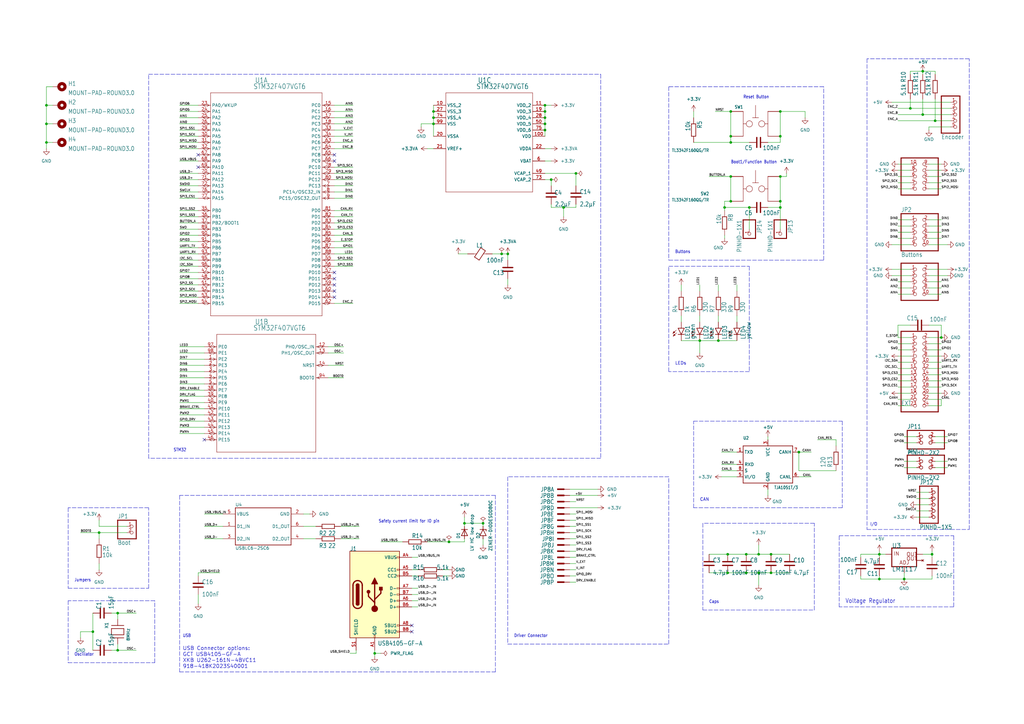
<source format=kicad_sch>
(kicad_sch (version 20211123) (generator eeschema)
  (paper "A3")
  (title_block (title "OpenFFBoard main") (date "2022-12-29") (rev "V1.2.4"))
  (junction (at 320.04 72.39))
  (junction (at 223.52 53.34))
  (junction (at 327.66 185.42))
  (junction (at 320.04 45.72))
  (junction (at 360.68 237.49))
  (junction (at 223.52 50.8))
  (junction (at 223.52 43.18))
  (junction (at 190.5 214.63))
  (junction (at 299.72 58.42))
  (junction (at 373.38 44.45))
  (junction (at 316.23 227.33))
  (junction (at 19.05 58.42))
  (junction (at 311.15 234.95))
  (junction (at 306.07 234.95))
  (junction (at 299.72 55.88))
  (junction (at 378.46 29.21))
  (junction (at 386.08 138.43))
  (junction (at 294.64 139.7))
  (junction (at 177.8 45.72))
  (junction (at 208.28 104.14))
  (junction (at 378.46 46.99))
  (junction (at 320.04 85.09))
  (junction (at 306.07 227.33))
  (junction (at 184.15 222.25))
  (junction (at 223.52 48.26))
  (junction (at 320.04 55.88))
  (junction (at 311.15 227.33))
  (junction (at 223.52 45.72))
  (junction (at 38.1 259.08))
  (junction (at 226.06 73.66))
  (junction (at 299.72 82.55))
  (junction (at 177.8 50.8))
  (junction (at 19.05 50.8))
  (junction (at 205.74 104.14))
  (junction (at 153.67 267.97))
  (junction (at 382.27 227.33))
  (junction (at 287.02 139.7))
  (junction (at 299.72 45.72))
  (junction (at 360.68 227.33))
  (junction (at 19.05 43.18))
  (junction (at 320.04 82.55))
  (junction (at 370.84 237.49))
  (junction (at 48.26 266.7))
  (junction (at 40.64 218.44))
  (junction (at 177.8 48.26))
  (junction (at 48.26 251.46))
  (junction (at 316.23 234.95))
  (junction (at 298.45 234.95))
  (junction (at 307.34 85.09))
  (junction (at 297.18 85.09))
  (junction (at 383.54 49.53))
  (junction (at 231.14 85.09))
  (junction (at 236.22 71.12))
  (junction (at 298.45 227.33))
  (junction (at 198.12 214.63))
  (junction (at 299.72 72.39))
  (no_connect (at 81.28 68.58))
  (no_connect (at 81.28 63.5))
  (no_connect (at 137.16 63.5))
  (no_connect (at 137.16 66.04))
  (no_connect (at 83.82 180.34))
  (no_connect (at 137.16 111.76))
  (no_connect (at 137.16 121.92))
  (no_connect (at 137.16 119.38))
  (no_connect (at 137.16 116.84))
  (no_connect (at 137.16 114.3))
  (no_connect (at 168.91 259.08))
  (no_connect (at 168.91 256.54))
  (wire (pts (xy 83.82 147.32) (xy 73.66 147.32)))
  (wire (pts (xy 320.04 93.98) (xy 320.04 85.09)))
  (wire (pts (xy 373.38 92.71) (xy 368.3 92.71)))
  (wire (pts (xy 45.72 266.7) (xy 48.26 266.7)))
  (wire (pts (xy 302.26 132.08) (xy 302.26 129.54)))
  (wire (pts (xy 226.06 85.09) (xy 231.14 85.09)))
  (wire (pts (xy 172.72 50.8) (xy 177.8 50.8)))
  (wire (pts (xy 342.9 180.34) (xy 342.9 182.88)))
  (wire (pts (xy 137.16 106.68) (xy 144.78 106.68)))
  (wire (pts (xy 381 69.85) (xy 386.08 69.85)))
  (wire (pts (xy 365.76 110.49) (xy 373.38 110.49)))
  (wire (pts (xy 365.76 41.91) (xy 389.89 41.91)))
  (wire (pts (xy 378.46 46.99) (xy 389.89 46.99)))
  (wire (pts (xy 233.68 218.44) (xy 236.22 218.44)))
  (wire (pts (xy 198.12 214.63) (xy 198.12 215.9)))
  (wire (pts (xy 177.8 45.72) (xy 177.8 48.26)))
  (wire (pts (xy 314.96 85.09) (xy 320.04 85.09)))
  (wire (pts (xy 233.68 233.68) (xy 236.22 233.68)))
  (wire (pts (xy 373.38 29.21) (xy 378.46 29.21)))
  (wire (pts (xy 368.3 49.53) (xy 383.54 49.53)))
  (wire (pts (xy 297.18 85.09) (xy 307.34 85.09)))
  (wire (pts (xy 81.28 73.66) (xy 73.66 73.66)))
  (wire (pts (xy 223.52 43.18) (xy 223.52 45.72)))
  (wire (pts (xy 83.82 165.1) (xy 73.66 165.1)))
  (wire (pts (xy 375.92 181.61) (xy 370.84 181.61)))
  (wire (pts (xy 83.82 167.64) (xy 73.66 167.64)))
  (wire (pts (xy 137.16 81.28) (xy 144.78 81.28)))
  (wire (pts (xy 137.16 55.88) (xy 144.78 55.88)))
  (wire (pts (xy 171.45 243.84) (xy 168.91 243.84)))
  (polyline (pts (xy 60.96 208.28) (xy 27.94 208.28)))
  (wire (pts (xy 381 90.17) (xy 386.08 90.17)))
  (wire (pts (xy 208.28 104.14) (xy 208.28 106.68)))
  (polyline (pts (xy 397.51 217.17) (xy 397.51 24.13)))
  (wire (pts (xy 298.45 227.33) (xy 306.07 227.33)))
  (wire (pts (xy 81.28 48.26) (xy 73.66 48.26)))
  (wire (pts (xy 81.28 43.18) (xy 73.66 43.18)))
  (polyline (pts (xy 391.16 248.92) (xy 344.17 248.92)))
  (wire (pts (xy 381 146.05) (xy 386.08 146.05)))
  (wire (pts (xy 383.54 181.61) (xy 388.62 181.61)))
  (wire (pts (xy 378.46 227.33) (xy 382.27 227.33)))
  (polyline (pts (xy 334.01 214.63) (xy 288.29 214.63)))
  (polyline (pts (xy 345.44 172.72) (xy 345.44 208.28)))
  (wire (pts (xy 137.16 96.52) (xy 144.78 96.52)))
  (wire (pts (xy 153.67 266.7) (xy 153.67 267.97)))
  (polyline (pts (xy 63.5 246.38) (xy 27.94 246.38)))
  (wire (pts (xy 190.5 214.63) (xy 198.12 214.63)))
  (wire (pts (xy 373.38 77.47) (xy 368.3 77.47)))
  (wire (pts (xy 81.28 91.44) (xy 73.66 91.44)))
  (wire (pts (xy 233.68 236.22) (xy 236.22 236.22)))
  (wire (pts (xy 368.3 166.37) (xy 373.38 166.37)))
  (wire (pts (xy 134.62 142.24) (xy 140.97 142.24)))
  (wire (pts (xy 177.8 48.26) (xy 177.8 50.8)))
  (wire (pts (xy 316.23 227.33) (xy 323.85 227.33)))
  (polyline (pts (xy 274.32 152.4) (xy 274.32 109.22)))
  (wire (pts (xy 91.44 210.82) (xy 83.82 210.82)))
  (wire (pts (xy 190.5 220.98) (xy 190.5 222.25)))
  (wire (pts (xy 134.62 144.78) (xy 140.97 144.78)))
  (wire (pts (xy 370.84 234.95) (xy 370.84 237.49)))
  (wire (pts (xy 381 113.03) (xy 388.62 113.03)))
  (wire (pts (xy 353.06 227.33) (xy 360.68 227.33)))
  (wire (pts (xy 368.3 161.29) (xy 373.38 161.29)))
  (wire (pts (xy 184.15 222.25) (xy 190.5 222.25)))
  (polyline (pts (xy 274.32 109.22) (xy 307.34 109.22)))
  (wire (pts (xy 381 138.43) (xy 386.08 138.43)))
  (polyline (pts (xy 60.96 30.48) (xy 246.38 30.48)))
  (wire (pts (xy 381 133.35) (xy 386.08 133.35)))
  (wire (pts (xy 327.66 185.42) (xy 332.74 185.42)))
  (wire (pts (xy 83.82 149.86) (xy 73.66 149.86)))
  (wire (pts (xy 233.68 215.9) (xy 236.22 215.9)))
  (wire (pts (xy 320.04 45.72) (xy 330.2 45.72)))
  (polyline (pts (xy 355.6 24.13) (xy 355.6 217.17)))
  (wire (pts (xy 40.64 218.44) (xy 33.02 218.44)))
  (wire (pts (xy 373.38 143.51) (xy 368.3 143.51)))
  (wire (pts (xy 381 120.65) (xy 386.08 120.65)))
  (wire (pts (xy 299.72 82.55) (xy 297.18 82.55)))
  (wire (pts (xy 368.3 46.99) (xy 378.46 46.99)))
  (wire (pts (xy 231.14 85.09) (xy 231.14 88.9)))
  (wire (pts (xy 137.16 76.2) (xy 144.78 76.2)))
  (wire (pts (xy 294.64 139.7) (xy 302.26 139.7)))
  (wire (pts (xy 208.28 114.3) (xy 208.28 116.84)))
  (wire (pts (xy 373.38 97.79) (xy 368.3 97.79)))
  (wire (pts (xy 233.68 223.52) (xy 236.22 223.52)))
  (wire (pts (xy 81.28 243.84) (xy 81.28 247.65)))
  (wire (pts (xy 279.4 139.7) (xy 287.02 139.7)))
  (wire (pts (xy 381 72.39) (xy 386.08 72.39)))
  (wire (pts (xy 386.08 166.37) (xy 386.08 163.83)))
  (wire (pts (xy 382.27 226.06) (xy 382.27 227.33)))
  (polyline (pts (xy 60.96 187.96) (xy 60.96 30.48)))
  (wire (pts (xy 327.66 193.04) (xy 342.9 193.04)))
  (wire (pts (xy 381 97.79) (xy 386.08 97.79)))
  (wire (pts (xy 198.12 223.52) (xy 198.12 220.98)))
  (wire (pts (xy 381 74.93) (xy 386.08 74.93)))
  (wire (pts (xy 181.61 233.68) (xy 184.15 233.68)))
  (wire (pts (xy 233.68 238.76) (xy 236.22 238.76)))
  (wire (pts (xy 83.82 175.26) (xy 73.66 175.26)))
  (wire (pts (xy 45.72 251.46) (xy 48.26 251.46)))
  (wire (pts (xy 175.26 222.25) (xy 184.15 222.25)))
  (wire (pts (xy 368.3 133.35) (xy 368.3 138.43)))
  (wire (pts (xy 81.28 81.28) (xy 73.66 81.28)))
  (wire (pts (xy 223.52 73.66) (xy 226.06 73.66)))
  (polyline (pts (xy 27.94 208.28) (xy 27.94 241.3)))
  (wire (pts (xy 360.68 237.49) (xy 370.84 237.49)))
  (wire (pts (xy 287.02 139.7) (xy 287.02 144.78)))
  (wire (pts (xy 81.28 101.6) (xy 73.66 101.6)))
  (wire (pts (xy 226.06 83.82) (xy 226.06 85.09)))
  (polyline (pts (xy 334.01 250.19) (xy 334.01 214.63)))
  (wire (pts (xy 137.16 101.6) (xy 144.78 101.6)))
  (wire (pts (xy 81.28 106.68) (xy 73.66 106.68)))
  (wire (pts (xy 134.62 154.94) (xy 140.97 154.94)))
  (wire (pts (xy 81.28 111.76) (xy 73.66 111.76)))
  (wire (pts (xy 81.28 114.3) (xy 73.66 114.3)))
  (wire (pts (xy 137.16 104.14) (xy 144.78 104.14)))
  (wire (pts (xy 137.16 109.22) (xy 144.78 109.22)))
  (wire (pts (xy 137.16 73.66) (xy 144.78 73.66)))
  (wire (pts (xy 381 156.21) (xy 386.08 156.21)))
  (wire (pts (xy 81.28 58.42) (xy 73.66 58.42)))
  (polyline (pts (xy 397.51 24.13) (xy 355.6 24.13)))
  (wire (pts (xy 294.64 119.38) (xy 294.64 116.84)))
  (wire (pts (xy 381 67.31) (xy 386.08 67.31)))
  (wire (pts (xy 302.26 193.04) (xy 295.91 193.04)))
  (polyline (pts (xy 344.17 248.92) (xy 344.17 219.71)))
  (wire (pts (xy 327.66 195.58) (xy 332.74 195.58)))
  (wire (pts (xy 389.89 44.45) (xy 373.38 44.45)))
  (wire (pts (xy 48.26 266.7) (xy 55.88 266.7)))
  (wire (pts (xy 81.28 116.84) (xy 73.66 116.84)))
  (wire (pts (xy 139.7 215.9) (xy 147.32 215.9)))
  (wire (pts (xy 381 118.11) (xy 386.08 118.11)))
  (polyline (pts (xy 203.2 203.2) (xy 73.66 203.2)))
  (wire (pts (xy 172.72 52.07) (xy 172.72 50.8)))
  (wire (pts (xy 81.28 104.14) (xy 73.66 104.14)))
  (polyline (pts (xy 288.29 214.63) (xy 288.29 250.19)))
  (wire (pts (xy 190.5 214.63) (xy 190.5 215.9)))
  (wire (pts (xy 124.46 220.98) (xy 129.54 220.98)))
  (polyline (pts (xy 344.17 219.71) (xy 391.16 219.71)))
  (wire (pts (xy 279.4 132.08) (xy 279.4 129.54)))
  (wire (pts (xy 38.1 266.7) (xy 38.1 259.08)))
  (wire (pts (xy 83.82 172.72) (xy 73.66 172.72)))
  (wire (pts (xy 146.05 267.97) (xy 143.51 267.97)))
  (polyline (pts (xy 73.66 275.59) (xy 203.2 275.59)))
  (polyline (pts (xy 63.5 271.78) (xy 63.5 246.38)))
  (wire (pts (xy 383.54 179.07) (xy 388.62 179.07)))
  (wire (pts (xy 299.72 72.39) (xy 290.83 72.39)))
  (wire (pts (xy 165.1 222.25) (xy 156.21 222.25)))
  (wire (pts (xy 137.16 60.96) (xy 144.78 60.96)))
  (polyline (pts (xy 337.82 35.56) (xy 274.32 35.56)))
  (polyline (pts (xy 246.38 187.96) (xy 60.96 187.96)))
  (wire (pts (xy 231.14 85.09) (xy 236.22 85.09)))
  (wire (pts (xy 363.22 227.33) (xy 360.68 227.33)))
  (wire (pts (xy 381 158.75) (xy 386.08 158.75)))
  (wire (pts (xy 137.16 43.18) (xy 144.78 43.18)))
  (wire (pts (xy 381 143.51) (xy 386.08 143.51)))
  (wire (pts (xy 311.15 227.33) (xy 316.23 227.33)))
  (wire (pts (xy 373.38 146.05) (xy 368.3 146.05)))
  (wire (pts (xy 287.02 119.38) (xy 287.02 116.84)))
  (wire (pts (xy 137.16 99.06) (xy 144.78 99.06)))
  (wire (pts (xy 383.54 40.64) (xy 383.54 49.53)))
  (polyline (pts (xy 73.66 203.2) (xy 73.66 275.59)))
  (wire (pts (xy 223.52 71.12) (xy 236.22 71.12)))
  (wire (pts (xy 373.38 118.11) (xy 368.3 118.11)))
  (wire (pts (xy 335.28 180.34) (xy 342.9 180.34)))
  (wire (pts (xy 19.05 50.8) (xy 19.05 58.42)))
  (wire (pts (xy 368.3 69.85) (xy 373.38 69.85)))
  (wire (pts (xy 124.46 210.82) (xy 127 210.82)))
  (wire (pts (xy 83.82 162.56) (xy 73.66 162.56)))
  (wire (pts (xy 297.18 82.55) (xy 297.18 85.09)))
  (wire (pts (xy 299.72 55.88) (xy 299.72 58.42)))
  (polyline (pts (xy 274.32 35.56) (xy 274.32 106.68)))
  (wire (pts (xy 320.04 72.39) (xy 322.58 72.39)))
  (wire (pts (xy 81.28 45.72) (xy 73.66 45.72)))
  (wire (pts (xy 153.67 267.97) (xy 156.21 267.97)))
  (wire (pts (xy 171.45 228.6) (xy 168.91 228.6)))
  (wire (pts (xy 378.46 29.21) (xy 378.46 30.48)))
  (wire (pts (xy 373.38 120.65) (xy 368.3 120.65)))
  (wire (pts (xy 375.92 191.77) (xy 370.84 191.77)))
  (wire (pts (xy 373.38 140.97) (xy 368.3 140.97)))
  (wire (pts (xy 327.66 185.42) (xy 327.66 193.04)))
  (wire (pts (xy 381 161.29) (xy 386.08 161.29)))
  (polyline (pts (xy 284.48 208.28) (xy 284.48 172.72)))
  (polyline (pts (xy 274.32 264.16) (xy 274.32 195.58)))
  (wire (pts (xy 287.02 132.08) (xy 287.02 129.54)))
  (wire (pts (xy 322.58 72.39) (xy 322.58 71.12)))
  (wire (pts (xy 320.04 85.09) (xy 320.04 82.55)))
  (wire (pts (xy 81.28 124.46) (xy 73.66 124.46)))
  (wire (pts (xy 19.05 50.8) (xy 21.59 50.8)))
  (wire (pts (xy 290.83 227.33) (xy 298.45 227.33)))
  (wire (pts (xy 311.15 234.95) (xy 316.23 234.95)))
  (wire (pts (xy 294.64 132.08) (xy 294.64 129.54)))
  (wire (pts (xy 311.15 234.95) (xy 311.15 240.03)))
  (wire (pts (xy 375.92 179.07) (xy 370.84 179.07)))
  (wire (pts (xy 137.16 93.98) (xy 144.78 93.98)))
  (wire (pts (xy 171.45 241.3) (xy 168.91 241.3)))
  (wire (pts (xy 373.38 74.93) (xy 368.3 74.93)))
  (wire (pts (xy 137.16 78.74) (xy 144.78 78.74)))
  (wire (pts (xy 375.92 212.09) (xy 381 212.09)))
  (wire (pts (xy 320.04 82.55) (xy 320.04 72.39)))
  (wire (pts (xy 52.07 215.9) (xy 40.64 215.9)))
  (wire (pts (xy 381 77.47) (xy 386.08 77.47)))
  (wire (pts (xy 381 100.33) (xy 388.62 100.33)))
  (wire (pts (xy 373.38 153.67) (xy 368.3 153.67)))
  (wire (pts (xy 201.93 104.14) (xy 205.74 104.14)))
  (wire (pts (xy 373.38 158.75) (xy 368.3 158.75)))
  (wire (pts (xy 177.8 43.18) (xy 177.8 45.72)))
  (wire (pts (xy 19.05 35.56) (xy 19.05 43.18)))
  (polyline (pts (xy 274.32 106.68) (xy 337.82 106.68)))
  (wire (pts (xy 187.96 104.14) (xy 191.77 104.14)))
  (wire (pts (xy 353.06 237.49) (xy 360.68 237.49)))
  (wire (pts (xy 383.54 49.53) (xy 389.89 49.53)))
  (wire (pts (xy 19.05 43.18) (xy 21.59 43.18)))
  (wire (pts (xy 81.28 88.9) (xy 73.66 88.9)))
  (wire (pts (xy 302.26 190.5) (xy 295.91 190.5)))
  (wire (pts (xy 233.68 208.28) (xy 245.11 208.28)))
  (wire (pts (xy 386.08 133.35) (xy 386.08 138.43)))
  (wire (pts (xy 297.18 86.36) (xy 297.18 85.09)))
  (wire (pts (xy 381 110.49) (xy 388.62 110.49)))
  (wire (pts (xy 38.1 259.08) (xy 38.1 251.46)))
  (wire (pts (xy 91.44 220.98) (xy 83.82 220.98)))
  (wire (pts (xy 81.28 66.04) (xy 73.66 66.04)))
  (wire (pts (xy 168.91 233.68) (xy 171.45 233.68)))
  (wire (pts (xy 360.68 226.06) (xy 360.68 227.33)))
  (wire (pts (xy 320.04 55.88) (xy 320.04 45.72)))
  (wire (pts (xy 223.52 45.72) (xy 223.52 48.26)))
  (wire (pts (xy 382.27 236.22) (xy 382.27 237.49)))
  (wire (pts (xy 307.34 93.98) (xy 307.34 85.09)))
  (wire (pts (xy 38.1 259.08) (xy 33.02 259.08)))
  (wire (pts (xy 81.28 93.98) (xy 73.66 93.98)))
  (wire (pts (xy 287.02 139.7) (xy 294.64 139.7)))
  (wire (pts (xy 314.96 200.66) (xy 314.96 203.2)))
  (wire (pts (xy 373.38 40.64) (xy 373.38 44.45)))
  (wire (pts (xy 373.38 163.83) (xy 368.3 163.83)))
  (polyline (pts (xy 208.28 195.58) (xy 208.28 264.16)))
  (wire (pts (xy 171.45 248.92) (xy 168.91 248.92)))
  (wire (pts (xy 223.52 48.26) (xy 223.52 50.8)))
  (polyline (pts (xy 355.6 217.17) (xy 397.51 217.17)))
  (wire (pts (xy 279.4 116.84) (xy 279.4 119.38)))
  (wire (pts (xy 373.38 151.13) (xy 368.3 151.13)))
  (wire (pts (xy 373.38 95.25) (xy 368.3 95.25)))
  (wire (pts (xy 233.68 210.82) (xy 236.22 210.82)))
  (wire (pts (xy 205.74 104.14) (xy 208.28 104.14)))
  (wire (pts (xy 83.82 157.48) (xy 73.66 157.48)))
  (wire (pts (xy 389.89 52.07) (xy 381 52.07)))
  (wire (pts (xy 81.28 234.95) (xy 81.28 236.22)))
  (wire (pts (xy 373.38 113.03) (xy 365.76 113.03)))
  (polyline (pts (xy 203.2 275.59) (xy 203.2 203.2)))
  (wire (pts (xy 314.96 180.34) (xy 314.96 179.07)))
  (wire (pts (xy 137.16 124.46) (xy 144.78 124.46)))
  (wire (pts (xy 81.28 78.74) (xy 73.66 78.74)))
  (wire (pts (xy 360.68 228.6) (xy 360.68 227.33)))
  (wire (pts (xy 316.23 234.95) (xy 323.85 234.95)))
  (wire (pts (xy 373.38 29.21) (xy 373.38 30.48)))
  (wire (pts (xy 233.68 213.36) (xy 236.22 213.36)))
  (wire (pts (xy 381 148.59) (xy 386.08 148.59)))
  (polyline (pts (xy 307.34 109.22) (xy 307.34 152.4)))
  (polyline (pts (xy 284.48 172.72) (xy 345.44 172.72)))
  (wire (pts (xy 373.38 44.45) (xy 368.3 44.45)))
  (wire (pts (xy 223.52 60.96) (xy 226.06 60.96)))
  (wire (pts (xy 153.67 267.97) (xy 153.67 269.24)))
  (wire (pts (xy 383.54 29.21) (xy 383.54 30.48)))
  (wire (pts (xy 302.26 195.58) (xy 295.91 195.58)))
  (wire (pts (xy 383.54 189.23) (xy 388.62 189.23)))
  (wire (pts (xy 298.45 234.95) (xy 306.07 234.95)))
  (wire (pts (xy 373.38 148.59) (xy 368.3 148.59)))
  (wire (pts (xy 381 163.83) (xy 386.08 163.83)))
  (wire (pts (xy 223.52 66.04) (xy 226.06 66.04)))
  (wire (pts (xy 233.68 205.74) (xy 236.22 205.74)))
  (wire (pts (xy 306.07 227.33) (xy 311.15 227.33)))
  (wire (pts (xy 314.96 58.42) (xy 320.04 58.42)))
  (polyline (pts (xy 307.34 152.4) (xy 274.32 152.4)))
  (wire (pts (xy 383.54 191.77) (xy 388.62 191.77)))
  (wire (pts (xy 137.16 68.58) (xy 144.78 68.58)))
  (wire (pts (xy 48.26 264.16) (xy 48.26 266.7)))
  (wire (pts (xy 373.38 90.17) (xy 368.3 90.17)))
  (wire (pts (xy 81.28 86.36) (xy 73.66 86.36)))
  (wire (pts (xy 33.02 259.08) (xy 33.02 261.62)))
  (wire (pts (xy 284.48 45.72) (xy 284.48 48.26)))
  (wire (pts (xy 19.05 43.18) (xy 19.05 50.8)))
  (polyline (pts (xy 27.94 271.78) (xy 63.5 271.78)))
  (wire (pts (xy 233.68 203.2) (xy 245.11 203.2)))
  (wire (pts (xy 299.72 58.42) (xy 307.34 58.42)))
  (wire (pts (xy 381 207.01) (xy 375.92 207.01)))
  (wire (pts (xy 299.72 45.72) (xy 293.37 45.72)))
  (wire (pts (xy 373.38 115.57) (xy 368.3 115.57)))
  (wire (pts (xy 381 166.37) (xy 386.08 166.37)))
  (wire (pts (xy 137.16 88.9) (xy 144.78 88.9)))
  (wire (pts (xy 381 92.71) (xy 386.08 92.71)))
  (wire (pts (xy 83.82 154.94) (xy 73.66 154.94)))
  (wire (pts (xy 171.45 246.38) (xy 168.91 246.38)))
  (wire (pts (xy 381 151.13) (xy 386.08 151.13)))
  (wire (pts (xy 21.59 58.42) (xy 19.05 58.42)))
  (wire (pts (xy 299.72 82.55) (xy 299.72 72.39)))
  (wire (pts (xy 223.52 53.34) (xy 223.52 55.88)))
  (polyline (pts (xy 27.94 241.3) (xy 60.96 241.3)))
  (wire (pts (xy 40.64 233.68) (xy 40.64 231.14)))
  (wire (pts (xy 381 95.25) (xy 386.08 95.25)))
  (wire (pts (xy 373.38 138.43) (xy 368.3 138.43)))
  (wire (pts (xy 137.16 58.42) (xy 144.78 58.42)))
  (wire (pts (xy 83.82 177.8) (xy 73.66 177.8)))
  (wire (pts (xy 48.26 251.46) (xy 55.88 251.46)))
  (polyline (pts (xy 345.44 208.28) (xy 284.48 208.28)))
  (wire (pts (xy 353.06 236.22) (xy 353.06 237.49)))
  (wire (pts (xy 168.91 236.22) (xy 171.45 236.22)))
  (wire (pts (xy 124.46 215.9) (xy 129.54 215.9)))
  (wire (pts (xy 373.38 100.33) (xy 365.76 100.33)))
  (wire (pts (xy 383.54 29.21) (xy 378.46 29.21)))
  (wire (pts (xy 83.82 142.24) (xy 73.66 142.24)))
  (wire (pts (xy 91.44 215.9) (xy 83.82 215.9)))
  (wire (pts (xy 353.06 228.6) (xy 353.06 227.33)))
  (polyline (pts (xy 208.28 264.16) (xy 274.32 264.16)))
  (wire (pts (xy 139.7 220.98) (xy 147.32 220.98)))
  (wire (pts (xy 81.28 109.22) (xy 73.66 109.22)))
  (wire (pts (xy 83.82 144.78) (xy 73.66 144.78)))
  (wire (pts (xy 137.16 48.26) (xy 144.78 48.26)))
  (wire (pts (xy 134.62 149.86) (xy 140.97 149.86)))
  (wire (pts (xy 299.72 55.88) (xy 299.72 45.72)))
  (wire (pts (xy 299.72 58.42) (xy 284.48 58.42)))
  (wire (pts (xy 381 52.07) (xy 381 53.34)))
  (wire (pts (xy 320.04 58.42) (xy 320.04 55.88)))
  (wire (pts (xy 81.28 53.34) (xy 73.66 53.34)))
  (wire (pts (xy 381 140.97) (xy 386.08 140.97)))
  (wire (pts (xy 233.68 231.14) (xy 236.22 231.14)))
  (wire (pts (xy 81.28 99.06) (xy 73.66 99.06)))
  (wire (pts (xy 245.11 200.66) (xy 233.68 200.66)))
  (polyline (pts (xy 60.96 241.3) (xy 60.96 208.28)))
  (wire (pts (xy 302.26 185.42) (xy 295.91 185.42)))
  (wire (pts (xy 181.61 236.22) (xy 184.15 236.22)))
  (wire (pts (xy 381 201.93) (xy 375.92 201.93)))
  (wire (pts (xy 81.28 71.12) (xy 73.66 71.12)))
  (polyline (pts (xy 27.94 246.38) (xy 27.94 271.78)))
  (wire (pts (xy 81.28 76.2) (xy 73.66 76.2)))
  (wire (pts (xy 330.2 45.72) (xy 330.2 48.26)))
  (wire (pts (xy 302.26 119.38) (xy 302.26 116.84)))
  (wire (pts (xy 81.28 121.92) (xy 73.66 121.92)))
  (wire (pts (xy 81.28 119.38) (xy 73.66 119.38)))
  (wire (pts (xy 360.68 236.22) (xy 360.68 237.49)))
  (wire (pts (xy 297.18 96.52) (xy 297.18 97.79)))
  (wire (pts (xy 83.82 160.02) (xy 73.66 160.02)))
  (wire (pts (xy 190.5 212.09) (xy 190.5 214.63)))
  (wire (pts (xy 381 115.57) (xy 386.08 115.57)))
  (wire (pts (xy 48.26 254) (xy 48.26 251.46)))
  (wire (pts (xy 175.26 60.96) (xy 177.8 60.96)))
  (wire (pts (xy 137.16 45.72) (xy 144.78 45.72)))
  (wire (pts (xy 290.83 234.95) (xy 298.45 234.95)))
  (wire (pts (xy 368.3 67.31) (xy 373.38 67.31)))
  (wire (pts (xy 19.05 58.42) (xy 19.05 60.96)))
  (wire (pts (xy 223.52 43.18) (xy 226.06 43.18)))
  (wire (pts (xy 373.38 72.39) (xy 368.3 72.39)))
  (wire (pts (xy 137.16 53.34) (xy 144.78 53.34)))
  (wire (pts (xy 236.22 85.09) (xy 236.22 83.82)))
  (wire (pts (xy 375.92 189.23) (xy 370.84 189.23)))
  (wire (pts (xy 19.05 35.56) (xy 21.59 35.56)))
  (polyline (pts (xy 391.16 219.71) (xy 391.16 248.92)))
  (wire (pts (xy 81.28 55.88) (xy 73.66 55.88)))
  (wire (pts (xy 370.84 237.49) (xy 382.27 237.49)))
  (wire (pts (xy 90.17 234.95) (xy 81.28 234.95)))
  (wire (pts (xy 382.27 228.6) (xy 382.27 227.33)))
  (polyline (pts (xy 246.38 30.48) (xy 246.38 187.96)))
  (wire (pts (xy 233.68 220.98) (xy 236.22 220.98)))
  (wire (pts (xy 146.05 266.7) (xy 146.05 267.97)))
  (wire (pts (xy 373.38 133.35) (xy 368.3 133.35)))
  (wire (pts (xy 137.16 91.44) (xy 144.78 91.44)))
  (polyline (pts (xy 288.29 250.19) (xy 334.01 250.19)))
  (wire (pts (xy 226.06 76.2) (xy 226.06 73.66)))
  (wire (pts (xy 81.28 50.8) (xy 73.66 50.8)))
  (polyline (pts (xy 274.32 195.58) (xy 208.28 195.58)))
  (wire (pts (xy 83.82 152.4) (xy 73.66 152.4)))
  (wire (pts (xy 40.64 218.44) (xy 40.64 220.98)))
  (wire (pts (xy 137.16 86.36) (xy 144.78 86.36)))
  (wire (pts (xy 378.46 40.64) (xy 378.46 46.99)))
  (wire (pts (xy 381 153.67) (xy 386.08 153.67)))
  (wire (pts (xy 223.52 50.8) (xy 223.52 53.34)))
  (wire (pts (xy 81.28 60.96) (xy 73.66 60.96)))
  (wire (pts (xy 373.38 156.21) (xy 368.3 156.21)))
  (wire (pts (xy 236.22 71.12) (xy 236.22 76.2)))
  (wire (pts (xy 233.68 228.6) (xy 236.22 228.6)))
  (wire (pts (xy 381 209.55) (xy 375.92 209.55)))
  (wire (pts (xy 233.68 226.06) (xy 236.22 226.06)))
  (wire (pts (xy 137.16 50.8) (xy 144.78 50.8)))
  (wire (pts (xy 177.8 50.8) (xy 177.8 55.88)))
  (wire (pts (xy 311.15 227.33) (xy 311.15 223.52)))
  (wire (pts (xy 381 204.47) (xy 375.92 204.47)))
  (wire (pts (xy 52.07 218.44) (xy 40.64 218.44)))
  (wire (pts (xy 306.07 234.95) (xy 311.15 234.95)))
  (wire (pts (xy 137.16 71.12) (xy 144.78 71.12)))
  (polyline (pts (xy 337.82 106.68) (xy 337.82 35.56)))
  (wire (pts (xy 40.64 215.9) (xy 40.64 213.36)))
  (wire (pts (xy 81.28 96.52) (xy 73.66 96.52)))
  (wire (pts (xy 83.82 170.18) (xy 73.66 170.18)))
  (text "Safety current limit for IO pin" (at 180.34 214.63 180) (effects (font (size 1.27 1.0795)) (justify right bottom)))
  (text "Voltage Regulator" (at 346.71 247.65 180) (effects (font (size 1.778 1.5113)) (justify left bottom)))
  (text "USB Connector options:\nGCT USB4105-GF-A\nXKB U262-161N-4BVC11\n918-418K2023S40001" (at 74.93 274.32 180) (effects (font (size 1.524 1.524)) (justify left bottom)))
  (text "I/O" (at 356.87 215.9 180) (effects (font (size 1.27 1.0795)) (justify left bottom)))
  (text "Jumpers" (at 30.48 238.76 180) (effects (font (size 1.27 1.0795)) (justify left bottom)))
  (text "CAN" (at 287.02 205.74 180) (effects (font (size 1.27 1.27)) (justify left bottom)))
  (text "Reset Button" (at 304.8 40.64 180) (effects (font (size 1.27 1.0795)) (justify left bottom)))
  (text "Driver Connector" (at 210.82 261.62 180) (effects (font (size 1.27 1.0795)) (justify left bottom)))
  (text "Oscillator" (at 30.48 269.24 180) (effects (font (size 1.27 1.0795)) (justify left bottom)))
  (text "Buttons" (at 276.86 104.14 180) (effects (font (size 1.27 1.0795)) (justify left bottom)))
  (text "Boot1/Function Button" (at 299.72 67.31 180) (effects (font (size 1.27 1.0795)) (justify left bottom)))
  (text "USB" (at 74.93 261.62 180) (effects (font (size 1.27 1.0795)) (justify left bottom)))
  (text "Caps" (at 290.83 247.65 180) (effects (font (size 1.27 1.0795)) (justify left bottom)))
  (text "LEDs\n" (at 276.86 149.86 180) (effects (font (size 1.27 1.27)) (justify left bottom)))
  (text "STM32" (at 71.12 185.42 180) (effects (font (size 1.27 1.0795)) (justify left bottom)))
  (label "LED1" (at 144.78 104.14 180) (effects (font (size 0.889 0.889))))
  (label "NRST" (at 140.97 149.86 180) (effects (font (size 0.889 0.889))))
  (label "USB_D+" (at 83.82 215.9 0) (effects (font (size 0.889 0.889))))
  (label "AIN2" (at 368.3 118.11 180) (effects (font (size 0.889 0.889))))
  (label "USB_VBUS" (at 73.66 66.04 0) (effects (font (size 0.889 0.889))))
  (label "CANL" (at 332.74 195.58 180) (effects (font (size 0.889 0.889))))
  (label "AIN0" (at 368.3 115.57 180) (effects (font (size 0.889 0.889))))
  (label "CAN_TX" (at 295.91 185.42 0) (effects (font (size 0.889 0.889))))
  (label "USB_D-" (at 83.82 220.98 0) (effects (font (size 0.889 0.889))))
  (label "GPIO2" (at 73.66 96.52 0) (effects (font (size 0.889 0.889))))
  (label "ENC_B" (at 368.3 46.99 180) (effects (font (size 0.889 0.889))))
  (label "DIN2" (at 144.78 76.2 180) (effects (font (size 0.889 0.889))))
  (label "SPI3_CS3" (at 144.78 93.98 180) (effects (font (size 0.889 0.889))))
  (label "V_EXT" (at 144.78 53.34 180) (effects (font (size 0.889 0.889))))
  (label "GPIO1" (at 144.78 101.6 180) (effects (font (size 0.889 0.889))))
  (label "LED1" (at 287.02 116.84 90) (effects (font (size 0.889 0.889))))
  (label "OSC+" (at 140.97 142.24 180) (effects (font (size 0.889 0.889))))
  (label "AIN5" (at 386.08 120.65 0) (effects (font (size 0.889 0.889))))
  (label "SPI2_SS3" (at 386.08 74.93 0) (effects (font (size 0.889 0.889))))
  (label "UART1_TX" (at 386.08 151.13 0) (effects (font (size 0.889 0.889))))
  (label "DIN4" (at 73.66 154.94 0) (effects (font (size 0.889 0.889))))
  (label "LED2" (at 294.64 116.84 90) (effects (font (size 0.889 0.889))))
  (label "PWM4" (at 73.66 177.8 0) (effects (font (size 0.889 0.889))))
  (label "SPI1_MOSI" (at 236.22 210.82 0) (effects (font (size 0.889 0.889))))
  (label "SPI1_SS2" (at 236.22 220.98 0) (effects (font (size 0.889 0.889))))
  (label "SPI2_MOSI" (at 386.08 77.47 0) (effects (font (size 0.889 0.889))))
  (label "USB_D+_IN" (at 147.32 215.9 180) (effects (font (size 0.889 0.889))))
  (label "SPI2_SS2" (at 386.08 72.39 0) (effects (font (size 0.889 0.889))))
  (label "BOOT0" (at 140.97 154.94 180) (effects (font (size 0.889 0.889))))
  (label "BUTTON_A" (at 73.66 91.44 0) (effects (font (size 0.889 0.889))))
  (label "CAN_RES" (at 335.28 180.34 0) (effects (font (size 0.889 0.889))))
  (label "SWO" (at 73.66 93.98 0) (effects (font (size 0.889 0.889))))
  (label "AIN3" (at 144.78 48.26 180) (effects (font (size 0.889 0.889))))
  (label "SWDIO" (at 375.92 204.47 180) (effects (font (size 0.889 0.889))))
  (label "PWM1" (at 73.66 165.1 0) (effects (font (size 0.889 0.889))))
  (label "DRV_FLAG" (at 73.66 162.56 0) (effects (font (size 0.889 0.889))))
  (label "AIN1" (at 73.66 48.26 0) (effects (font (size 0.889 0.889))))
  (label "PWM2" (at 73.66 170.18 0) (effects (font (size 0.889 0.889))))
  (label "UART1_TX" (at 73.66 101.6 0) (effects (font (size 0.889 0.889))))
  (label "CANL" (at 386.08 163.83 0) (effects (font (size 0.889 0.889))))
  (label "SPI1_SS2" (at 73.66 86.36 0) (effects (font (size 0.889 0.889))))
  (label "SPI2_SS" (at 368.3 72.39 180) (effects (font (size 0.889 0.889))))
  (label "SPI2_SS2" (at 144.78 106.68 180) (effects (font (size 0.889 0.889))))
  (label "DIN6" (at 368.3 97.79 180) (effects (font (size 0.889 0.889))))
  (label "SPI2_SCK" (at 73.66 119.38 0) (effects (font (size 0.889 0.889))))
  (label "GPIO7" (at 388.62 179.07 0) (effects (font (size 0.889 0.889))))
  (label "GPIO3" (at 73.66 99.06 0) (effects (font (size 0.889 0.889))))
  (label "NRST" (at 375.92 201.93 180) (effects (font (size 0.889 0.889))))
  (label "SPI3_MOSI" (at 386.08 153.67 0) (effects (font (size 0.889 0.889))))
  (label "AIN2" (at 144.78 50.8 180) (effects (font (size 0.889 0.889))))
  (label "OSC+" (at 55.88 251.46 180) (effects (font (size 0.889 0.889))))
  (label "USB_D-_IN" (at 147.32 220.98 180) (effects (font (size 0.889 0.889))))
  (label "GPIO2" (at 386.08 140.97 0) (effects (font (size 0.889 0.889))))
  (label "AIN0" (at 73.66 50.8 0) (effects (font (size 0.889 0.889))))
  (label "AIN3" (at 386.08 118.11 0) (effects (font (size 0.889 0.889))))
  (label "E_STOP" (at 144.78 99.06 180) (effects (font (size 0.889 0.889))))
  (label "V_EXT" (at 236.22 231.14 0) (effects (font (size 0.889 0.889))))
  (label "DIN3" (at 73.66 157.48 0) (effects (font (size 0.889 0.889))))
  (label "PWM3" (at 73.66 175.26 0) (effects (font (size 0.889 0.889))))
  (label "SPI1_MISO" (at 73.66 58.42 0) (effects (font (size 0.889 0.889))))
  (label "CANH" (at 368.3 163.83 180) (effects (font (size 0.889 0.889))))
  (label "CAN_RES" (at 368.3 166.37 180) (effects (font (size 0.889 0.889))))
  (label "I2C_SDA" (at 73.66 109.22 0) (effects (font (size 0.889 0.889))))
  (label "SPI3_CS1" (at 368.3 158.75 180) (effects (font (size 0.889 0.889))))
  (label "I2C_SCL" (at 73.66 106.68 0) (effects (font (size 0.889 0.889))))
  (label "BUTTON_A" (at 290.83 72.39 0) (effects (font (size 0.889 0.889))))
  (label "CAN_RX" (at 144.78 86.36 180) (effects (font (size 0.889 0.889))))
  (label "V_INT" (at 144.78 55.88 180) (effects (font (size 0.889 0.889))))
  (label "ENC_Z" (at 368.3 44.45 180) (effects (font (size 0.889 0.889))))
  (label "LED2" (at 73.66 144.78 0) (effects (font (size 0.889 0.889))))
  (label "OSC-" (at 55.88 266.7 180) (effects (font (size 0.889 0.889))))
  (label "DRV_ENABLE" (at 236.22 238.76 0) (effects (font (size 0.889 0.889))))
  (label "BRAKE_CTRL" (at 236.22 228.6 0) (effects (font (size 0.889 0.889))))
  (label "ENC_A" (at 368.3 49.53 180) (effects (font (size 0.889 0.889))))
  (label "AIN5" (at 144.78 43.18 180) (effects (font (size 0.889 0.889))))
  (label "SPI3_SCK" (at 386.08 158.75 0) (effects (font (size 0.889 0.889))))
  (label "USB_SHIELD" (at 90.17 234.95 180) (effects (font (size 0.889 0.889))))
  (label "LED3" (at 73.66 142.24 0) (effects (font (size 0.889 0.889))))
  (label "V_INT" (at 236.22 233.68 0) (effects (font (size 0.889 0.889))))
  (label "OSC-" (at 140.97 144.78 180) (effects (font (size 0.889 0.889))))
  (label "USB_D+" (at 73.66 73.66 0) (effects (font (size 0.889 0.889))))
  (label "USB_VBUS_IN" (at 171.45 228.6 0) (effects (font (size 0.889 0.889))))
  (label "SPI2_SCK" (at 368.3 74.93 180) (effects (font (size 0.889 0.889))))
  (label "PWM4" (at 370.84 189.23 180) (effects (font (size 0.889 0.889))))
  (label "DIN7" (at 386.08 97.79 0) (effects (font (size 0.889 0.889))))
  (label "DIN5" (at 386.08 95.25 0) (effects (font (size 0.889 0.889))))
  (label "SPI3_CS2" (at 144.78 91.44 180) (effects (font (size 0.889 0.889))))
  (label "NRST" (at 293.37 45.72 0) (effects (font (size 0.889 0.889))))
  (label "UART1_RX" (at 73.66 104.14 0) (effects (font (size 0.889 0.889))))
  (label "SPI2_MISO" (at 368.3 77.47 180) (effects (font (size 0.889 0.889))))
  (label "SPI3_MOSI" (at 144.78 73.66 180) (effects (font (size 0.889 0.889))))
  (label "USB_D-_IN" (at 171.45 241.3 0) (effects (font (size 0.889 0.889))))
  (label "ENC_A" (at 144.78 58.42 180) (effects (font (size 0.889 0.889))))
  (label "GPIO5" (at 370.84 179.07 180) (effects (font (size 0.889 0.889))))
  (label "SPI3_MISO" (at 144.78 71.12 180) (effects (font (size 0.889 0.889))))
  (label "USB_VBUS_IN" (at 83.82 210.82 0) (effects (font (size 0.889 0.889))))
  (label "PWM2" (at 370.84 191.77 180) (effects (font (size 0.889 0.889))))
  (label "BRAKE_CTRL" (at 73.66 167.64 0) (effects (font (size 0.889 0.889))))
  (label "GPIO7" (at 73.66 111.76 0) (effects (font (size 0.889 0.889))))
  (label "SWDIO" (at 73.66 76.2 0) (effects (font (size 0.889 0.889))))
  (label "CAN_RX" (at 295.91 190.5 0) (effects (font (size 0.889 0.889))))
  (label "SPI1_SS3" (at 73.66 88.9 0) (effects (font (size 0.889 0.889))))
  (label "SWCLK" (at 73.66 78.74 0) (effects (font (size 0.889 0.889))))
  (label "DIN6" (at 73.66 149.86 0) (effects (font (size 0.889 0.889))))
  (label "AIN1" (at 386.08 115.57 0) (effects (font (size 0.889 0.889))))
  (label "UART1_RX" (at 386.08 148.59 0) (effects (font (size 0.889 0.889))))
  (label "ENC_B" (at 144.78 60.96 180) (effects (font (size 0.889 0.889))))
  (label "SPI1_MISO" (at 236.22 213.36 0) (effects (font (size 0.889 0.889))))
  (label "+5V" (at 238.76 203.2 180) (effects (font (size 0.889 0.889))))
  (label "SPI1_SCK" (at 236.22 218.44 0) (effects (font (size 0.889 0.889))))
  (label "AIN4" (at 368.3 120.65 180) (effects (font (size 0.889 0.889))))
  (label "DIN3" (at 386.08 92.71 0) (effects (font (size 0.889 0.889))))
  (label "USB_D+_IN" (at 171.45 246.38 0) (effects (font (size 0.889 0.889))))
  (label "USB_VBUS" (at 156.21 222.25 0) (effects (font (size 0.889 0.889))))
  (label "DIN0" (at 144.78 81.28 180) (effects (font (size 0.889 0.889))))
  (label "GPIO1" (at 386.08 143.51 0) (effects (font (size 0.889 0.889))))
  (label "I2C_SDA" (at 368.3 148.59 180) (effects (font (size 0.889 0.889))))
  (label "USB_D+_IN" (at 171.45 248.92 0) (effects (font (size 0.889 0.889))))
  (label "I2C_SCL" (at 368.3 151.13 180) (effects (font (size 0.889 0.889))))
  (label "SWCLK" (at 375.92 209.55 180) (effects (font (size 0.889 0.889))))
  (label "SPI1_SS3" (at 236.22 223.52 0) (effects (font (size 0.889 0.889))))
  (label "DIN5" (at 73.66 152.4 0) (effects (font (size 0.889 0.889))))
  (label "SPI3_CS3" (at 368.3 153.67 180) (effects (font (size 0.889 0.889))))
  (label "E_STOP" (at 368.3 138.43 180) (effects (font (size 0.889 0.889))))
  (label "GPIO3" (at 368.3 140.97 180) (effects (font (size 0.889 0.889))))
  (label "USB_VBUS_IN" (at 182.88 222.25 180) (effects (font (size 0.889 0.889))))
  (label "SPI2_SS" (at 73.66 116.84 0) (effects (font (size 0.889 0.889))))
  (label "DRV_ENABLE" (at 73.66 160.02 0) (effects (font (size 0.889 0.889))))
  (label "SPI3_SCK" (at 144.78 68.58 180) (effects (font (size 0.889 0.889))))
  (label "PWM1" (at 388.62 191.77 0) (effects (font (size 0.889 0.889))))
  (label "CANH" (at 332.74 185.42 180) (effects (font (size 0.889 0.889))))
  (label "SPI2_SS3" (at 144.78 109.22 180) (effects (font (size 0.889 0.889))))
  (label "AIN4" (at 144.78 45.72 180) (effects (font (size 0.889 0.889))))
  (label "USB_D-" (at 73.66 71.12 0) (effects (font (size 0.889 0.889))))
  (label "DRV_FLAG" (at 236.22 226.06 0) (effects (font (size 0.889 0.889))))
  (label "SPI1_SS1" (at 236.22 215.9 0) (effects (font (size 0.889 0.889))))
  (label "GPIO6" (at 370.84 181.61 180) (effects (font (size 0.889 0.889))))
  (label "SPI1_SS1" (at 73.66 53.34 0) (effects (font (size 0.889 0.889))))
  (label "GPIO8" (at 388.62 181.61 0) (effects (font (size 0.889 0.889))))
  (label "SPI1_MOSI" (at 73.66 60.96 0) (effects (font (size 0.889 0.889))))
  (label "GPIO5" (at 73.66 45.72 0) (effects (font (size 0.889 0.889))))
  (label "USB_SHIELD" (at 143.51 267.97 180) (effects (font (size 0.889 0.889))))
  (label "CAN_S" (at 144.78 96.52 180) (effects (font (size 0.889 0.889))))
  (label "DIN1" (at 386.08 90.17 0) (effects (font (size 0.889 0.889))))
  (label "NRST" (at 236.22 205.74 0) (effects (font (size 0.889 0.889))))
  (label "SPI2_MISO" (at 73.66 121.92 0) (effects (font (size 0.889 0.889))))
  (label "DIN2" (at 368.3 92.71 180) (effects (font (size 0.889 0.889))))
  (label "SPI1_SCK" (at 73.66 55.88 0) (effects (font (size 0.889 0.889))))
  (label "PWM3" (at 388.62 189.23 0) (effects (font (size 0.889 0.889))))
  (label "DIN7" (at 73.66 147.32 0) (effects (font (size 0.889 0.889))))
  (label "DIN0" (at 368.3 90.17 180) (effects (font (size 0.889 0.889))))
  (label "USB_D-_IN" (at 171.45 243.84 0) (effects (font (size 0.889 0.889))))
  (label "SWO" (at 368.3 143.51 180) (effects (font (size 0.889 0.889))))
  (label "CAN_TX" (at 144.78 88.9 180) (effects (font (size 0.889 0.889))))
  (label "SPI3_CS2" (at 368.3 156.21 180) (effects (font (size 0.889 0.889))))
  (label "SPI3_CS1" (at 73.66 81.28 0) (effects (font (size 0.889 0.889))))
  (label "GPIO_DRV" (at 73.66 172.72 0) (effects (font (size 0.889 0.889))))
  (label "SPI2_MOSI" (at 73.66 124.46 0) (effects (font (size 0.889 0.889))))
  (label "DIN4" (at 368.3 95.25 180) (effects (font (size 0.889 0.889))))
  (label "GPIO6" (at 73.66 43.18 0) (effects (font (size 0.889 0.889))))
  (label "DIN1" (at 144.78 78.74 180) (effects (font (size 0.889 0.889))))
  (label "GPIO8" (at 73.66 114.3 0) (effects (font (size 0.889 0.889))))
  (label "ENC_Z" (at 144.78 124.46 180) (effects (font (size 0.889 0.889))))
  (label "CAN_S" (at 295.91 193.04 0) (effects (font (size 0.889 0.889))))
  (label "SPI3_MISO" (at 386.08 156.21 0) (effects (font (size 0.889 0.889))))
  (label "GPIO_DRV" (at 236.22 236.22 0) (effects (font (size 0.889 0.889))))
  (label "BOOT0" (at 33.02 218.44 0) (effects (font (size 0.889 0.889))))
  (label "LED3" (at 302.26 116.84 90) (effects (font (size 0.889 0.889))))
  (symbol (lib_id "power:GND") (at 33.02 261.62 0) (unit 1)
    (property "Reference" "#PWR0105" (effects hide))
    (property "Value" "GND" (at 33.02 266.7 0))
  )
  (symbol (lib_id "power:+3.3V") (at 295.91 195.58 90) (unit 1)
    (property "Reference" "#PWR08" (effects hide))
    (property "Value" "+3.3V" (at 292.1 195.5799 90) (effects (justify left)))
  )
  (symbol (lib_id "power:GND") (at 287.02 144.78 0) (unit 1)
    (property "Reference" "#PWR0118" (effects hide))
    (property "Value" "GND" (at 287.02 149.86 0))
  )
  (symbol (lib_id "stm_board_f407_1.2.4-eagle-import:R-EU_R0603") (at 134.62 220.98 0) (unit 1)
    (property "Reference" "R3" (at 130.81 224.79 0) (effects (font (size 1.778 1.5113)) (justify left bottom)))
    (property "Value" "22" (at 134.62 224.79 0) (effects (font (size 1.778 1.5113)) (justify left bottom)))
    (property "Footprint" "stm_board_f407_1.2.4:R0603" (effects hide))
  )
  (symbol (lib_id "power:GND") (at 388.62 100.33 90) (unit 1)
    (property "Reference" "#PWR0109" (effects hide))
    (property "Value" "GND" (at 393.7 100.33 90))
  )
  (symbol (lib_id "power:+3.3V") (at 226.06 66.04 270) (unit 1)
    (property "Reference" "#PWR04" (effects hide))
    (property "Value" "+3.3V" (at 229.87 66.0399 90) (effects (justify left)))
  )
  (symbol (lib_id "power:GND") (at 311.15 240.03 0) (unit 1)
    (property "Reference" "#PWR0119" (effects hide))
    (property "Value" "GND" (at 311.15 245.11 0))
  )
  (symbol (lib_id "stm_board_f407_1.2.4-eagle-import:2516-") (at 228.6 218.44 0) (unit 8)
    (property "Reference" "JP8" (at 227.33 217.551 0) (effects (font (size 1.778 1.5113)) (justify right top)))
    (property "Value" "2516-" (effects hide))
    (property "Footprint" "stm_board_f407_1.2.4:PAK100_2500-16" (effects hide))
  )
  (symbol (lib_id "power:+3.3V") (at 388.62 110.49 270) (unit 1)
    (property "Reference" "#PWR014" (effects hide))
    (property "Value" "+3.3V" (at 391.16 110.49 90) (effects (justify left)))
  )
  (symbol (lib_id "stm_board_f407_1.2.4-eagle-import:LEDSML0805") (at 302.26 134.62 0) (unit 1)
    (property "Reference" "LED4" (at 305.816 139.192 90) (effects (font (size 1.778 1.5113)) (justify left bottom)))
    (property "Value" "yellow" (at 307.975 139.192 90) (effects (font (size 1.778 1.5113)) (justify left bottom)))
    (property "Footprint" "stm_board_f407_1.2.4:SML0805" (effects hide))
  )
  (symbol (lib_id "power:GND") (at 245.11 200.66 90) (unit 1)
    (property "Reference" "#PWR0123" (effects hide))
    (property "Value" "GND" (at 248.92 200.66 90) (effects (justify right)))
  )
  (symbol (lib_id "stm_board_f407_1.2.4-eagle-import:TL3342F160QG{slash}TR") (at 309.88 50.8 90) (unit 1)
    (property "Reference" "SW1" (at 304.8 43.18 90) (effects (font (size 1.2729 1.0819)) (justify left bottom)))
    (property "Value" "TL3342F160QG{slash}TR" (at 290.83 60.96 90) (effects (font (size 1.2732 1.0822)) (justify left bottom)))
    (property "Footprint" "stm_board_f407_1.2.4:TL3342F160QG_TR" (effects hide))
  )
  (symbol (lib_id "stm_board_f407_1.2.4-eagle-import:R-EU_R0603") (at 342.9 187.96 90) (unit 1)
    (property "Reference" "R13" (at 341.4014 191.77 0) (effects (font (size 1.778 1.5113)) (justify left bottom)))
    (property "Value" "120" (at 338.582 191.77 0) (effects (font (size 1.778 1.5113)) (justify left bottom)))
    (property "Footprint" "stm_board_f407_1.2.4:R0603" (effects hide))
  )
  (symbol (lib_id "stm_board_f407_1.2.4-eagle-import:PINHD-2X12") (at 375.92 151.13 0) (unit 1)
    (property "Reference" "JP4" (effects hide))
    (property "Value" "EXT" (at 369.57 166.37 0) (effects (font (size 1.778 1.5113)) (justify left bottom)))
    (property "Footprint" "stm_board_f407_1.2.4:2X12" (effects hide))
  )
  (symbol (lib_id "power:PWR_FLAG") (at 205.74 104.14 0) (unit 1)
    (property "Reference" "#FLG0103" (effects hide))
    (property "Value" "PWR_FLAG" (effects hide))
  )
  (symbol (lib_id "stm_board_f407_1.2.4-eagle-import:R-EU_R0603") (at 373.38 35.56 270) (unit 1)
    (property "Reference" "R10" (at 369.57 29.21 0) (effects (font (size 1.778 1.5113)) (justify left bottom)))
    (property "Value" "5.1k" (at 369.57 34.29 0) (effects (font (size 1.778 1.5113)) (justify left bottom)))
    (property "Footprint" "stm_board_f407_1.2.4:R0603" (effects hide))
  )
  (symbol (lib_id "stm_board_f407_1.2.4-eagle-import:TL3342F160QG{slash}TR") (at 309.88 77.47 90) (unit 1)
    (property "Reference" "SW2" (at 290.83 78.74 90) (effects (font (size 1.2729 1.0819)) (justify left bottom)))
    (property "Value" "TL3342F160QG{slash}TR" (at 290.83 81.28 90) (effects (font (size 1.2732 1.0822)) (justify left bottom)))
    (property "Footprint" "stm_board_f407_1.2.4:TL3342F160QG_TR" (effects hide))
  )
  (symbol (lib_id "stm_board_f407_1.2.4-eagle-import:DIODESMA") (at 190.5 218.44 90) (unit 1)
    (property "Reference" "D1" (at 188.722 220.98 0) (effects (justify left bottom)))
    (property "Value" "LV HC low drop" (at 194.31 226.06 0) (effects (justify left bottom)))
    (property "Footprint" "stm_board_f407_1.2.4:SMADIODE" (effects hide))
  )
  (symbol (lib_id "Device:C") (at 298.45 231.14 0) (unit 1)
    (property "Reference" "C7" (at 299.974 230.759 0) (effects (font (size 1.778 1.5113)) (justify left bottom)))
    (property "Value" "100nF" (at 299.974 235.839 0) (effects (font (size 1.778 1.5113)) (justify left bottom)))
    (property "Footprint" "stm_board_f407_1.2.4:C0603" (effects hide))
  )
  (symbol (lib_id "stm_board_f407_1.2.4-eagle-import:R-EU_R0603") (at 294.64 124.46 90) (unit 1)
    (property "Reference" "R7" (at 293.1414 128.27 0) (effects (font (size 1.778 1.5113)) (justify left bottom)))
    (property "Value" "330" (at 297.942 128.27 0) (effects (font (size 1.778 1.5113)) (justify left bottom)))
    (property "Footprint" "stm_board_f407_1.2.4:R0603" (effects hide))
  )
  (symbol (lib_id "stm_board_f407_1.2.4-eagle-import:R-EU_R0603") (at 176.53 233.68 0) (mirror y) (unit 1)
    (property "Reference" "R15" (at 173.99 233.68 0) (effects (font (size 1.778 1.5113)) (justify left bottom)))
    (property "Value" "5.1k" (at 179.07 233.68 0) (effects (font (size 1.778 1.5113)) (justify right bottom)))
    (property "Footprint" "stm_board_f407_1.2.4:R0603" (effects hide))
  )
  (symbol (lib_id "Device:C") (at 323.85 231.14 0) (unit 1)
    (property "Reference" "C10" (at 325.374 230.759 0) (effects (font (size 1.778 1.5113)) (justify left bottom)))
    (property "Value" "4.7µF" (at 325.374 235.839 0) (effects (font (size 1.778 1.5113)) (justify left bottom)))
    (property "Footprint" "stm_board_f407_1.2.4:C0805" (effects hide))
  )
  (symbol (lib_id "power:+5V") (at 365.76 41.91 90) (unit 1)
    (property "Reference" "#PWR020" (effects hide))
    (property "Value" "+5V" (at 361.95 41.9099 90) (effects (justify left)))
  )
  (symbol (lib_id "power:PWR_FLAG") (at 198.12 214.63 0) (unit 1)
    (property "Reference" "#FLG01" (effects hide))
    (property "Value" "PWR_FLAG" (effects hide))
  )
  (symbol (lib_id "Device:C") (at 311.15 85.09 90) (unit 1)
    (property "Reference" "C6" (at 308.61 86.36 90) (effects (font (size 1.778 1.5113)) (justify left bottom)))
    (property "Value" "100nF" (at 320.04 86.36 90) (effects (font (size 1.778 1.5113)) (justify left bottom)))
    (property "Footprint" "stm_board_f407_1.2.4:C0603" (effects hide))
  )
  (symbol (lib_id "stm_board_f407_1.2.4-eagle-import:PINHD-2X5") (at 375.92 115.57 0) (unit 1)
    (property "Reference" "JP3" (effects hide))
    (property "Value" "Analog" (effects hide))
    (property "Footprint" "stm_board_f407_1.2.4:2X05" (effects hide))
  )
  (symbol (lib_id "stm_board_f407_1.2.4-eagle-import:TJA1051T{slash}3") (at 314.96 190.5 0) (unit 1)
    (property "Reference" "U2" (at 304.8 180.34 0) (effects (font (size 1.27 1.0795)) (justify left bottom)))
    (property "Value" "TJA1051T{slash}3" (at 317.5 200.66 0) (effects (font (size 1.27 1.0795)) (justify left bottom)))
    (property "Footprint" "stm_board_f407_1.2.4:SOT96-1" (effects hide))
  )
  (symbol (lib_id "power:+3.3V") (at 279.4 116.84 0) (unit 1)
    (property "Reference" "#PWR06" (effects hide))
    (property "Value" "+3.3V" (at 279.4 111.76 0))
  )
  (symbol (lib_id "stm_board_f407_1.2.4-eagle-import:2516-") (at 228.6 233.68 0) (unit 14)
    (property "Reference" "JP8" (at 227.33 232.791 0) (effects (font (size 1.778 1.5113)) (justify right top)))
    (property "Value" "2516-" (effects hide))
    (property "Footprint" "stm_board_f407_1.2.4:PAK100_2500-16" (effects hide))
  )
  (symbol (lib_id "power:GND") (at 375.92 207.01 270) (unit 1)
    (property "Reference" "#PWR0121" (effects hide))
    (property "Value" "GND" (at 368.3 207.01 90) (effects (justify left)))
  )
  (symbol (lib_id "power:GND") (at 172.72 52.07 0) (unit 1)
    (property "Reference" "#PWR0129" (effects hide))
    (property "Value" "GND" (at 172.72 55.88 0))
  )
  (symbol (lib_id "power:GND") (at 198.12 223.52 0) (unit 1)
    (property "Reference" "#PWR0126" (effects hide))
    (property "Value" "GND" (at 198.12 228.6 0))
  )
  (symbol (lib_id "stm_board_f407_1.2.4-eagle-import:R-EU_R0603") (at 284.48 53.34 270) (unit 1)
    (property "Reference" "R5" (at 285.9786 49.53 0) (effects (font (size 1.778 1.5113)) (justify left bottom)))
    (property "Value" "10k" (at 281.178 49.53 0) (effects (font (size 1.778 1.5113)) (justify left bottom)))
    (property "Footprint" "stm_board_f407_1.2.4:R0603" (effects hide))
  )
  (symbol (lib_id "Connector:USB_C_Receptacle_USB2.0") (at 153.67 243.84 0) (unit 1)
    (property "Reference" "J1" (at 143.51 226.06 0) (effects (font (size 1.778 1.5113)) (justify left bottom)))
    (property "Value" "USB4105-GF-A" (at 154.94 262.89 0) (effects (font (size 1.778 1.5113)) (justify left top)))
    (property "Footprint" "stm_board_f407_1.2.4:GCT_USB4105-GF-A" (effects hide))
  )
  (symbol (lib_id "power:GND") (at 184.15 236.22 90) (unit 1)
    (property "Reference" "#PWR025" (effects hide))
    (property "Value" "GND" (at 186.69 236.22 90) (effects (justify right)))
  )
  (symbol (lib_id "stm_board_f407_1.2.4-eagle-import:LEDSML0805") (at 279.4 134.62 0) (unit 1)
    (property "Reference" "LED1" (at 282.956 139.192 90) (effects (font (size 1.778 1.5113)) (justify left bottom)))
    (property "Value" "green" (at 285.115 139.192 90) (effects (font (size 1.778 1.5113)) (justify left bottom)))
    (property "Footprint" "stm_board_f407_1.2.4:SML0805" (effects hide))
  )
  (symbol (lib_id "stm_board_f407_1.2.4-eagle-import:BLM21PG331SN1D") (at 196.85 104.14 0) (unit 1)
    (property "Reference" "L1" (at 195.326 101.6 0) (effects (font (size 1.7797 1.5127)) (justify left bottom)))
    (property "Value" "GZ2012D601TF" (effects hide))
    (property "Footprint" "stm_board_f407_1.2.4:BLM21PG331SN1D" (effects hide))
  )
  (symbol (lib_id "stm_board_f407_1.2.4-eagle-import:STM32F407VGT6") (at 78.74 43.18 0) (unit 1)
    (property "Reference" "U1" (at 104.4956 34.0614 0) (effects (font (size 2.0828 1.7703)) (justify left bottom)))
    (property "Value" "STM32F407VGT6" (at 103.8606 36.6014 0) (effects (font (size 2.0828 1.7703)) (justify left bottom)))
    (property "Footprint" "stm_board_f407_1.2.4:LQFP100-14X14MM" (effects hide))
  )
  (symbol (lib_id "Device:C") (at 382.27 232.41 0) (unit 1)
    (property "Reference" "C12" (at 383.794 232.029 0) (effects (font (size 1.778 1.5113)) (justify left bottom)))
    (property "Value" "100nF" (at 383.794 237.109 0) (effects (font (size 1.778 1.5113)) (justify left bottom)))
    (property "Footprint" "stm_board_f407_1.2.4:C0603" (effects hide))
  )
  (symbol (lib_id "stm_board_f407_1.2.4-eagle-import:STM32F407VGT6") (at 81.28 142.24 0) (unit 2)
    (property "Reference" "U1" (at 104.4956 133.1214 0) (effects (font (size 2.0828 1.7703)) (justify left bottom)))
    (property "Value" "STM32F407VGT6" (at 103.8606 135.6614 0) (effects (font (size 2.0828 1.7703)) (justify left bottom)))
    (property "Footprint" "stm_board_f407_1.2.4:LQFP100-14X14MM" (effects hide))
  )
  (symbol (lib_id "power:GND") (at 386.08 161.29 90) (unit 1)
    (property "Reference" "#PWR0124" (effects hide))
    (property "Value" "GND" (at 389.89 161.2899 90) (effects (justify right)))
  )
  (symbol (lib_id "stm_board_f407_1.2.4-eagle-import:2516-") (at 228.6 228.6 0) (unit 12)
    (property "Reference" "JP8" (at 227.33 227.711 0) (effects (font (size 1.778 1.5113)) (justify right top)))
    (property "Value" "2516-" (effects hide))
    (property "Footprint" "stm_board_f407_1.2.4:PAK100_2500-16" (effects hide))
  )
  (symbol (lib_id "stm_board_f407_1.2.4-eagle-import:R-EU_R0603") (at 302.26 124.46 90) (unit 1)
    (property "Reference" "R9" (at 300.7614 128.27 0) (effects (font (size 1.778 1.5113)) (justify left bottom)))
    (property "Value" "330" (at 305.562 128.27 0) (effects (font (size 1.778 1.5113)) (justify left bottom)))
    (property "Footprint" "stm_board_f407_1.2.4:R0603" (effects hide))
  )
  (symbol (lib_id "Device:C") (at 306.07 231.14 0) (unit 1)
    (property "Reference" "C8" (at 307.594 230.759 0) (effects (font (size 1.778 1.5113)) (justify left bottom)))
    (property "Value" "100nF" (at 307.594 235.839 0) (effects (font (size 1.778 1.5113)) (justify left bottom)))
    (property "Footprint" "stm_board_f407_1.2.4:C0603" (effects hide))
  )
  (symbol (lib_id "stm_board_f407_1.2.4-eagle-import:ZENER-DIODESOD80C") (at 198.12 218.44 90) (unit 1)
    (property "Reference" "D2" (at 196.85 220.98 0) (effects (justify left bottom)))
    (property "Value" "ZENER-DIODESOD80C" (at 201.93 226.06 0) (effects (justify left bottom)))
    (property "Footprint" "stm_board_f407_1.2.4:SOD80C" (effects hide))
  )
  (symbol (lib_id "power:GND") (at 208.28 116.84 0) (unit 1)
    (property "Reference" "#PWR0104" (effects hide))
    (property "Value" "GND" (at 208.28 121.92 0))
  )
  (symbol (lib_id "stm_board_f407_1.2.4-eagle-import:V_REG_LM1117SOT223") (at 370.84 227.33 0) (unit 1)
    (property "Reference" "U3" (at 365.76 224.79 0) (effects (font (size 1.778 1.778)) (justify left bottom)))
    (property "Value" "LM1117" (at 365.76 232.41 0) (effects (font (size 1.778 1.778)) (justify left top)))
    (property "Footprint" "stm_board_f407_1.2.4:SOT223" (effects hide))
  )
  (symbol (lib_id "Mechanical:MountingHole_Pad") (at 24.13 50.8 270) (unit 1)
    (property "Reference" "H3" (at 27.94 49.53 90) (effects (font (size 1.778 1.5113)) (justify left)))
    (property "Value" "MOUNT-PAD-ROUND3.0" (at 27.94 53.34 90) (effects (font (size 1.778 1.5113)) (justify left)))
    (property "Footprint" "MountingHole:MountingHole_3.2mm_M3_Pad_Via" (effects hide))
  )
  (symbol (lib_id "stm_board_f407_1.2.4-eagle-import:R-EU_R0603") (at 40.64 226.06 270) (unit 1)
    (property "Reference" "R1" (at 41.91 226.06 90) (effects (font (size 1.778 1.5113)) (justify left bottom)))
    (property "Value" "10k" (at 41.91 228.6 90) (effects (font (size 1.778 1.5113)) (justify left bottom)))
    (property "Footprint" "stm_board_f407_1.2.4:R0603" (effects hide))
  )
  (symbol (lib_id "power:GND") (at 231.14 88.9 0) (unit 1)
    (property "Reference" "#PWR0117" (effects hide))
    (property "Value" "GND" (at 231.14 93.98 0))
  )
  (symbol (lib_id "power:+3.3V") (at 322.58 71.12 0) (unit 1)
    (property "Reference" "#PWR09" (effects hide))
    (property "Value" "+3.3V" (at 322.58 66.04 0))
  )
  (symbol (lib_id "Device:C") (at 377.19 133.35 90) (unit 1)
    (property "Reference" "C15" (at 371.856 131.445 90) (effects (font (size 1.778 1.5113)) (justify right top)))
    (property "Value" "100nF" (at 381.254 131.953 90) (effects (font (size 1.778 1.5113)) (justify right top)))
    (property "Footprint" "stm_board_f407_1.2.4:C0603" (effects hide))
  )
  (symbol (lib_id "power:GND") (at 314.96 203.2 0) (unit 1)
    (property "Reference" "#PWR0120" (effects hide))
    (property "Value" "GND" (at 318.77 205.74 0))
  )
  (symbol (lib_id "stm_board_f407_1.2.4-eagle-import:R-EU_R0603") (at 383.54 35.56 270) (unit 1)
    (property "Reference" "R12" (at 379.73 29.21 0) (effects (font (size 1.778 1.5113)) (justify left bottom)))
    (property "Value" "5.1k" (at 379.73 34.29 0) (effects (font (size 1.778 1.5113)) (justify left bottom)))
    (property "Footprint" "stm_board_f407_1.2.4:R0603" (effects hide))
  )
  (symbol (lib_id "power:GND") (at 297.18 97.79 0) (unit 1)
    (property "Reference" "#PWR0115" (effects hide))
    (property "Value" "GND" (at 294.64 101.6 0))
  )
  (symbol (lib_id "power:+5V") (at 190.5 212.09 0) (unit 1)
    (property "Reference" "#PWR015" (effects hide))
    (property "Value" "+5V" (at 190.5 207.01 0))
  )
  (symbol (lib_id "stm_board_f407_1.2.4-eagle-import:2516-") (at 228.6 210.82 0) (unit 5)
    (property "Reference" "JP8" (at 227.33 209.931 0) (effects (font (size 1.778 1.5113)) (justify right top)))
    (property "Value" "2516-" (effects hide))
    (property "Footprint" "stm_board_f407_1.2.4:PAK100_2500-16" (effects hide))
  )
  (symbol (lib_id "power:GND") (at 40.64 233.68 0) (unit 1)
    (property "Reference" "#PWR0106" (effects hide))
    (property "Value" "GND" (at 40.64 238.76 0))
  )
  (symbol (lib_id "stm_board_f407_1.2.4-eagle-import:USBLC6-2SC6") (at 96.52 223.52 0) (unit 1)
    (property "Reference" "U4" (at 96.52 207.01 0) (effects (justify left)))
    (property "Value" "USBLC6-2SC6" (at 96.52 224.79 0) (effects (justify left)))
    (property "Footprint" "stm_board_f407_1.2.4:TSOT-23-6" (effects hide))
  )
  (symbol (lib_id "stm_board_f407_1.2.4-eagle-import:R-EU_R0603") (at 176.53 236.22 0) (unit 1)
    (property "Reference" "R16" (at 173.99 236.22 0) (effects (font (size 1.778 1.5113)) (justify right top)))
    (property "Value" "5.1k" (at 179.07 236.22 0) (effects (font (size 1.778 1.5113)) (justify left top)))
    (property "Footprint" "stm_board_f407_1.2.4:R0603" (effects hide))
  )
  (symbol (lib_id "stm_board_f407_1.2.4-eagle-import:2516-") (at 228.6 215.9 0) (unit 7)
    (property "Reference" "JP8" (at 227.33 215.011 0) (effects (font (size 1.778 1.5113)) (justify right top)))
    (property "Value" "2516-" (effects hide))
    (property "Footprint" "stm_board_f407_1.2.4:PAK100_2500-16" (effects hide))
  )
  (symbol (lib_id "Device:C") (at 353.06 232.41 180) (unit 1)
    (property "Reference" "C17" (at 351.79 233.68 0) (effects (font (size 1.778 1.5113)) (justify left bottom)))
    (property "Value" "100nF" (at 351.79 228.6 0) (effects (font (size 1.778 1.5113)) (justify left bottom)))
    (property "Footprint" "stm_board_f407_1.2.4:C0603" (effects hide))
  )
  (symbol (lib_id "stm_board_f407_1.2.4-eagle-import:PINHD-2X5") (at 378.46 72.39 180) (unit 1)
    (property "Reference" "JP6" (effects hide))
    (property "Value" "SPI" (effects hide))
    (property "Footprint" "stm_board_f407_1.2.4:2X05" (effects hide))
  )
  (symbol (lib_id "power:+3.3V") (at 187.96 104.14 0) (unit 1)
    (property "Reference" "#PWR02" (effects hide))
    (property "Value" "+3.3V" (at 187.96 99.06 0))
  )
  (symbol (lib_id "power:+3.3V") (at 386.08 69.85 270) (unit 1)
    (property "Reference" "#PWR023" (effects hide))
    (property "Value" "+3.3V" (at 389.89 69.8499 90) (effects (justify left)))
  )
  (symbol (lib_id "power:GND") (at 381 53.34 0) (unit 1)
    (property "Reference" "#PWR0114" (effects hide))
    (property "Value" "GND" (at 381 57.15 0))
  )
  (symbol (lib_id "power:+3.3V") (at 368.3 69.85 90) (unit 1)
    (property "Reference" "#PWR021" (effects hide))
    (property "Value" "+3.3V" (at 364.49 69.8499 90) (effects (justify left)))
  )
  (symbol (lib_id "power:+5V") (at 360.68 226.06 0) (unit 1)
    (property "Reference" "#PWR018" (effects hide))
    (property "Value" "+5V" (at 360.68 220.98 0))
  )
  (symbol (lib_id "stm_board_f407_1.2.4-eagle-import:R-EU_R0603") (at 297.18 91.44 270) (unit 1)
    (property "Reference" "R8" (at 298.6786 87.63 0) (effects (font (size 1.778 1.5113)) (justify left bottom)))
    (property "Value" "10k" (at 293.878 87.63 0) (effects (font (size 1.778 1.5113)) (justify left bottom)))
    (property "Footprint" "stm_board_f407_1.2.4:R0603" (effects hide))
  )
  (symbol (lib_id "power:GND") (at 370.84 237.49 0) (unit 1)
    (property "Reference" "#PWR0122" (effects hide))
    (property "Value" "GND" (at 370.84 241.3 0))
  )
  (symbol (lib_id "Mechanical:MountingHole_Pad") (at 24.13 58.42 270) (unit 1)
    (property "Reference" "H4" (at 27.94 57.15 90) (effects (font (size 1.778 1.5113)) (justify left)))
    (property "Value" "MOUNT-PAD-ROUND3.0" (at 27.94 60.96 90) (effects (font (size 1.778 1.5113)) (justify left)))
    (property "Footprint" "MountingHole:MountingHole_3.2mm_M3_Pad_Via" (effects hide))
  )
  (symbol (lib_id "Device:C") (at 41.91 266.7 90) (unit 1)
    (property "Reference" "C2" (at 41.529 265.176 0) (effects (font (size 1.778 1.5113)) (justify left bottom)))
    (property "Value" "15pF" (at 46.609 265.176 0) (effects (font (size 1.778 1.5113)) (justify left bottom)))
    (property "Footprint" "stm_board_f407_1.2.4:C0603" (effects hide))
  )
  (symbol (lib_id "stm_board_f407_1.2.4-eagle-import:XTALNX5032") (at 48.26 259.08 90) (unit 1)
    (property "Reference" "X1" (at 44.45 257.81 0) (effects (justify left bottom)))
    (property "Value" "8MHz" (at 53.34 262.89 0) (effects (justify left bottom)))
    (property "Footprint" "stm_board_f407_1.2.4:NX5032" (effects hide))
  )
  (symbol (lib_id "stm_board_f407_1.2.4-eagle-import:R-EU_R0603") (at 279.4 124.46 90) (unit 1)
    (property "Reference" "R4" (at 277.9014 128.27 0) (effects (font (size 1.778 1.5113)) (justify left bottom)))
    (property "Value" "1k" (at 282.702 128.27 0) (effects (font (size 1.778 1.5113)) (justify left bottom)))
    (property "Footprint" "stm_board_f407_1.2.4:R0603" (effects hide))
  )
  (symbol (lib_id "power:+3.3VA") (at 226.06 60.96 270) (unit 1)
    (property "Reference" "#PWR028" (effects hide))
    (property "Value" "+3.3VA" (at 229.87 60.96 90) (effects (justify left)))
  )
  (symbol (lib_id "power:GND") (at 388.62 113.03 90) (unit 1)
    (property "Reference" "#PWR0108" (effects hide))
    (property "Value" "GND" (at 391.16 113.03 90) (effects (justify right)))
  )
  (symbol (lib_id "stm_board_f407_1.2.4-eagle-import:2516-") (at 228.6 205.74 0) (unit 3)
    (property "Reference" "JP8" (at 227.33 204.851 0) (effects (font (size 1.778 1.5113)) (justify right top)))
    (property "Value" "2516-" (effects hide))
    (property "Footprint" "stm_board_f407_1.2.4:PAK100_2500-16" (effects hide))
  )
  (symbol (lib_id "stm_board_f407_1.2.4-eagle-import:PINHD-1X1") (at 307.34 96.52 270) (unit 1)
    (property "Reference" "JP14" (at 310.515 90.17 0) (effects (font (size 1.778 1.5113)) (justify left bottom)))
    (property "Value" "PINHD-1X1" (at 302.26 90.17 0) (effects (font (size 1.778 1.5113)) (justify left bottom)))
    (property "Footprint" "stm_board_f407_1.2.4:1X01" (effects hide))
  )
  (symbol (lib_id "power:+3.3V") (at 311.15 223.52 0) (unit 1)
    (property "Reference" "#PWR010" (effects hide))
    (property "Value" "+3.3V" (at 311.15 218.44 0))
  )
  (symbol (lib_id "power:+3.3V") (at 375.92 212.09 90) (unit 1)
    (property "Reference" "#PWR012" (effects hide))
    (property "Value" "+3.3V" (at 372.11 212.0899 90) (effects (justify left)))
  )
  (symbol (lib_id "power:GND") (at 330.2 48.26 0) (unit 1)
    (property "Reference" "#PWR0116" (effects hide))
    (property "Value" "GND" (at 330.2 53.34 0))
  )
  (symbol (lib_id "power:+5V") (at 378.46 29.21 0) (unit 1)
    (property "Reference" "#PWR022" (effects hide))
    (property "Value" "+5V" (at 378.46 25.4 0))
  )
  (symbol (lib_id "Mechanical:MountingHole_Pad") (at 24.13 35.56 270) (unit 1)
    (property "Reference" "H1" (at 27.94 34.29 90) (effects (font (size 1.778 1.5113)) (justify left)))
    (property "Value" "MOUNT-PAD-ROUND3.0" (at 27.94 38.1 90) (effects (font (size 1.778 1.5113)) (justify left)))
    (property "Footprint" "MountingHole:MountingHole_3.2mm_M3_Pad_Via" (effects hide))
  )
  (symbol (lib_id "stm_board_f407_1.2.4-eagle-import:PINHD-2X5") (at 375.92 95.25 0) (unit 1)
    (property "Reference" "JP2" (at 369.57 86.995 0) (effects (font (size 1.778 1.5113)) (justify left bottom)))
    (property "Value" "Buttons" (at 369.57 105.41 0) (effects (font (size 1.778 1.5113)) (justify left bottom)))
    (property "Footprint" "stm_board_f407_1.2.4:2X05" (effects hide))
  )
  (symbol (lib_id "power:GND") (at 81.28 247.65 0) (unit 1)
    (property "Reference" "#PWR0101" (effects hide))
    (property "Value" "GND" (at 81.28 252.73 0))
  )
  (symbol (lib_id "power:+3.3V") (at 245.11 208.28 270) (unit 1)
    (property "Reference" "#PWR05" (effects hide))
    (property "Value" "+3.3V" (at 248.92 208.2799 90) (effects (justify left)))
  )
  (symbol (lib_id "stm_board_f407_1.2.4-eagle-import:R-EU_R0603") (at 378.46 35.56 270) (unit 1)
    (property "Reference" "R11" (at 374.65 29.21 0) (effects (font (size 1.778 1.5113)) (justify left bottom)))
    (property "Value" "5.1k" (at 374.65 34.29 0) (effects (font (size 1.778 1.5113)) (justify left bottom)))
    (property "Footprint" "stm_board_f407_1.2.4:R0603" (effects hide))
  )
  (symbol (lib_id "power:GND") (at 153.67 269.24 0) (unit 1)
    (property "Reference" "#PWR024" (effects hide))
    (property "Value" "GND" (at 153.67 274.32 0))
  )
  (symbol (lib_id "Device:C") (at 208.28 110.49 180) (unit 1)
    (property "Reference" "C13" (at 206.756 110.871 0) (effects (font (size 1.778 1.5113)) (justify left bottom)))
    (property "Value" "100nF" (at 206.756 105.791 0) (effects (font (size 1.778 1.5113)) (justify left bottom)))
    (property "Footprint" "stm_board_f407_1.2.4:C0603" (effects hide))
  )
  (symbol (lib_id "stm_board_f407_1.2.4-eagle-import:PINHD-2X2") (at 381 181.61 0) (unit 1)
    (property "Reference" "JP11" (at 372.11 175.895 0) (effects (font (size 1.778 1.5113)) (justify left bottom)))
    (property "Value" "PINHD-2X2" (at 372.11 186.69 0) (effects (font (size 1.778 1.5113)) (justify left bottom)))
    (property "Footprint" "stm_board_f407_1.2.4:2X02" (effects hide))
  )
  (symbol (lib_id "stm_board_f407_1.2.4-eagle-import:R-EU_R0603") (at 170.18 222.25 0) (unit 1)
    (property "Reference" "R14" (at 168.91 220.7514 0) (effects (font (size 1.778 1.5113)) (justify left bottom)))
    (property "Value" "10k" (at 168.91 225.552 0) (effects (font (size 1.778 1.5113)) (justify left bottom)))
    (property "Footprint" "stm_board_f407_1.2.4:R0603" (effects hide))
  )
  (symbol (lib_id "stm_board_f407_1.2.4-eagle-import:PINHD-1X1") (at 320.04 96.52 270) (unit 1)
    (property "Reference" "JP13" (at 323.215 90.17 0) (effects (font (size 1.778 1.5113)) (justify left bottom)))
    (property "Value" "PINHD-1X1" (at 314.96 90.17 0) (effects (font (size 1.778 1.5113)) (justify left bottom)))
    (property "Footprint" "stm_board_f407_1.2.4:1X01" (effects hide))
  )
  (symbol (lib_id "stm_board_f407_1.2.4-eagle-import:PINHD-1X2") (at 54.61 218.44 0) (unit 1)
    (property "Reference" "JP1" (at 48.26 212.725 0) (effects (font (size 1.778 1.5113)) (justify left bottom)))
    (property "Value" "Boot" (at 48.26 223.52 0) (effects (font (size 1.778 1.5113)) (justify left bottom)))
    (property "Footprint" "stm_board_f407_1.2.4:1X02" (effects hide))
  )
  (symbol (lib_id "power:+3.3V") (at 284.48 45.72 0) (unit 1)
    (property "Reference" "#PWR07" (effects hide))
    (property "Value" "+3.3V" (at 284.48 40.64 0))
  )
  (symbol (lib_id "stm_board_f407_1.2.4-eagle-import:2516-") (at 228.6 203.2 0) (unit 2)
    (property "Reference" "JP8" (at 227.33 202.311 0) (effects (font (size 1.778 1.5113)) (justify right top)))
    (property "Value" "2516-" (effects hide))
    (property "Footprint" "stm_board_f407_1.2.4:PAK100_2500-16" (effects hide))
  )
  (symbol (lib_id "power:+3.3V") (at 368.3 146.05 90) (unit 1)
    (property "Reference" "#PWR0131" (effects hide))
    (property "Value" "+3.3V" (at 364.49 146.0499 90) (effects (justify left)))
  )
  (symbol (lib_id "power:+3.3V") (at 40.64 213.36 0) (unit 1)
    (property "Reference" "#PWR01" (effects hide))
    (property "Value" "+3.3V" (at 36.83 210.82 0))
  )
  (symbol (lib_id "power:+5V") (at 314.96 179.07 0) (unit 1)
    (property "Reference" "#PWR017" (effects hide))
    (property "Value" "+5V" (at 314.96 175.26 0))
  )
  (symbol (lib_id "stm_board_f407_1.2.4-eagle-import:2516-") (at 228.6 200.66 0) (unit 1)
    (property "Reference" "JP8" (at 227.33 199.771 0) (effects (font (size 1.778 1.5113)) (justify right top)))
    (property "Value" "2516-" (effects hide))
    (property "Footprint" "stm_board_f407_1.2.4:PAK100_2500-16" (effects hide))
  )
  (symbol (lib_id "stm_board_f407_1.2.4-eagle-import:2516-") (at 228.6 226.06 0) (unit 11)
    (property "Reference" "JP8" (at 227.33 225.171 0) (effects (font (size 1.778 1.5113)) (justify right top)))
    (property "Value" "2516-" (effects hide))
    (property "Footprint" "stm_board_f407_1.2.4:PAK100_2500-16" (effects hide))
  )
  (symbol (lib_id "stm_board_f407_1.2.4-eagle-import:2516-") (at 228.6 223.52 0) (unit 10)
    (property "Reference" "JP8" (at 227.33 222.631 0) (effects (font (size 1.778 1.5113)) (justify right top)))
    (property "Value" "2516-" (effects hide))
    (property "Footprint" "stm_board_f407_1.2.4:PAK100_2500-16" (effects hide))
  )
  (symbol (lib_id "stm_board_f407_1.2.4-eagle-import:STM32F407VGT6") (at 175.26 43.18 0) (unit 3)
    (property "Reference" "U1" (at 195.9356 34.0614 0) (effects (font (size 2.0828 1.7703)) (justify left bottom)))
    (property "Value" "STM32F407VGT6" (at 195.3006 36.6014 0) (effects (font (size 2.0828 1.7703)) (justify left bottom)))
    (property "Footprint" "stm_board_f407_1.2.4:LQFP100-14X14MM" (effects hide))
  )
  (symbol (lib_id "Device:C") (at 360.68 232.41 0) (unit 1)
    (property "Reference" "C11" (at 355.6 236.22 0) (effects (font (size 1.778 1.5113)) (justify left bottom)))
    (property "Value" "4.7µF" (at 354.33 231.14 0) (effects (font (size 1.778 1.5113)) (justify left bottom)))
    (property "Footprint" "stm_board_f407_1.2.4:C0805" (effects hide))
  )
  (symbol (lib_id "stm_board_f407_1.2.4-eagle-import:2516-") (at 228.6 238.76 0) (unit 16)
    (property "Reference" "JP8" (at 227.33 237.871 0) (effects (font (size 1.778 1.5113)) (justify right top)))
    (property "Value" "2516-" (effects hide))
    (property "Footprint" "stm_board_f407_1.2.4:PAK100_2500-16" (effects hide))
  )
  (symbol (lib_id "Mechanical:MountingHole_Pad") (at 24.13 43.18 270) (unit 1)
    (property "Reference" "H2" (at 27.94 41.91 90) (effects (font (size 1.778 1.5113)) (justify left)))
    (property "Value" "MOUNT-PAD-ROUND3.0" (at 27.94 45.72 90) (effects (font (size 1.778 1.5113)) (justify left)))
    (property "Footprint" "MountingHole:MountingHole_3.2mm_M3_Pad_Via" (effects hide))
  )
  (symbol (lib_id "Device:C") (at 226.06 80.01 0) (unit 1)
    (property "Reference" "C4" (at 227.33 80.01 0) (effects (font (size 1.778 1.5113)) (justify left bottom)))
    (property "Value" "2.2µF" (at 227.584 84.709 0) (effects (font (size 1.778 1.5113)) (justify left bottom)))
    (property "Footprint" "stm_board_f407_1.2.4:C0603" (effects hide))
  )
  (symbol (lib_id "Device:C") (at 81.28 240.03 0) (unit 1)
    (property "Reference" "C16" (at 82.804 239.649 0) (effects (font (size 1.778 1.5113)) (justify left bottom)))
    (property "Value" "100nF" (at 82.804 244.729 0) (effects (font (size 1.778 1.5113)) (justify left bottom)))
    (property "Footprint" "stm_board_f407_1.2.4:C0603" (effects hide))
  )
  (symbol (lib_id "power:+5V") (at 368.3 161.29 90) (unit 1)
    (property "Reference" "#PWR019" (effects hide))
    (property "Value" "+5V" (at 364.49 161.2899 90) (effects (justify left)))
  )
  (symbol (lib_id "stm_board_f407_1.2.4-eagle-import:LEDSML0805") (at 287.02 134.62 0) (unit 1)
    (property "Reference" "LED2" (at 290.576 139.192 90) (effects (font (size 1.778 1.5113)) (justify left bottom)))
    (property "Value" "blue" (at 292.735 139.192 90) (effects (font (size 1.778 1.5113)) (justify left bottom)))
    (property "Footprint" "stm_board_f407_1.2.4:SML0805" (effects hide))
  )
  (symbol (lib_id "Device:C") (at 290.83 231.14 0) (unit 1)
    (property "Reference" "C3" (at 292.354 230.759 0) (effects (font (size 1.778 1.5113)) (justify left bottom)))
    (property "Value" "4.7µF" (at 292.354 235.839 0) (effects (font (size 1.778 1.5113)) (justify left bottom)))
    (property "Footprint" "stm_board_f407_1.2.4:C0805" (effects hide))
  )
  (symbol (lib_id "power:+3.3V") (at 382.27 226.06 0) (unit 1)
    (property "Reference" "#PWR013" (effects hide))
    (property "Value" "+3.3V" (at 382.27 220.98 0))
  )
  (symbol (lib_id "stm_board_f407_1.2.4-eagle-import:LEDSML0805") (at 294.64 134.62 0) (unit 1)
    (property "Reference" "LED3" (at 298.196 139.192 90) (effects (font (size 1.778 1.5113)) (justify left bottom)))
    (property "Value" "red" (at 300.355 139.192 90) (effects (font (size 1.778 1.5113)) (justify left bottom)))
    (property "Footprint" "stm_board_f407_1.2.4:SML0805" (effects hide))
  )
  (symbol (lib_id "power:PWR_FLAG") (at 226.06 73.66 270) (unit 1)
    (property "Reference" "#FLG0101" (effects hide))
    (property "Value" "PWR_FLAG" (effects hide))
  )
  (symbol (lib_id "power:GND") (at 386.08 67.31 90) (unit 1)
    (property "Reference" "#PWR0113" (effects hide))
    (property "Value" "GND" (at 393.7 67.31 90) (effects (justify left)))
  )
  (symbol (lib_id "stm_board_f407_1.2.4-eagle-import:PINHD-1X5") (at 383.54 207.01 0) (unit 1)
    (property "Reference" "JP12" (at 377.19 198.755 0) (effects (font (size 1.778 1.5113)) (justify left bottom)))
    (property "Value" "PINHD-1X5" (at 377.19 217.17 0) (effects (font (size 1.778 1.5113)) (justify left bottom)))
    (property "Footprint" "stm_board_f407_1.2.4:1X05" (effects hide))
  )
  (symbol (lib_id "stm_board_f407_1.2.4-eagle-import:PINHD-2X2") (at 381 191.77 0) (unit 1)
    (property "Reference" "JP7" (at 372.11 186.055 0) (effects (font (size 1.778 1.5113)) (justify left bottom)))
    (property "Value" "PINHD-2X2" (at 372.11 196.85 0) (effects (font (size 1.778 1.5113)) (justify left bottom)))
    (property "Footprint" "stm_board_f407_1.2.4:2X02" (effects hide))
  )
  (symbol (lib_id "stm_board_f407_1.2.4-eagle-import:2516-") (at 228.6 213.36 0) (unit 6)
    (property "Reference" "JP8" (at 227.33 212.471 0) (effects (font (size 1.778 1.5113)) (justify right top)))
    (property "Value" "2516-" (effects hide))
    (property "Footprint" "stm_board_f407_1.2.4:PAK100_2500-16" (effects hide))
  )
  (symbol (lib_id "Device:C") (at 41.91 251.46 90) (unit 1)
    (property "Reference" "C1" (at 41.529 249.936 0) (effects (font (size 1.778 1.5113)) (justify left bottom)))
    (property "Value" "15pF" (at 46.609 249.936 0) (effects (font (size 1.778 1.5113)) (justify left bottom)))
    (property "Footprint" "stm_board_f407_1.2.4:C0603" (effects hide))
  )
  (symbol (lib_id "power:GND") (at 127 210.82 90) (unit 1)
    (property "Reference" "#PWR0103" (effects hide))
    (property "Value" "GND" (at 130.81 210.8199 90) (effects (justify right)))
  )
  (symbol (lib_id "power:GND") (at 386.08 146.05 90) (unit 1)
    (property "Reference" "#PWR0125" (effects hide))
    (property "Value" "GND" (at 389.89 146.0499 90) (effects (justify right)))
  )
  (symbol (lib_id "power:GND") (at 19.05 60.96 0) (unit 1)
    (property "Reference" "#PWR0130" (effects hide))
    (property "Value" "GND" (at 19.05 66.04 0))
  )
  (symbol (lib_id "power:PWR_FLAG") (at 156.21 267.97 270) (unit 1)
    (property "Reference" "#FLG02" (effects hide))
    (property "Value" "PWR_FLAG" (at 160.02 267.9699 90) (effects (justify left)))
  )
  (symbol (lib_id "power:+3.3V") (at 365.76 110.49 90) (unit 1)
    (property "Reference" "#PWR011" (effects hide))
    (property "Value" "+3.3V" (at 361.95 110.4899 90) (effects (justify left)))
  )
  (symbol (lib_id "power:GND") (at 365.76 113.03 270) (unit 1)
    (property "Reference" "#PWR0111" (effects hide))
    (property "Value" "GND" (at 358.14 113.03 90) (effects (justify left)))
  )
  (symbol (lib_id "power:GND") (at 184.15 233.68 90) (unit 1)
    (property "Reference" "#PWR0102" (effects hide))
    (property "Value" "GND" (at 186.69 233.68 90) (effects (justify right)))
  )
  (symbol (lib_id "Device:C") (at 311.15 58.42 90) (unit 1)
    (property "Reference" "C5" (at 308.61 59.69 90) (effects (font (size 1.778 1.5113)) (justify left bottom)))
    (property "Value" "100nF" (at 320.04 59.69 90) (effects (font (size 1.778 1.5113)) (justify left bottom)))
    (property "Footprint" "stm_board_f407_1.2.4:C0603" (effects hide))
  )
  (symbol (lib_id "power:GND") (at 365.76 100.33 270) (unit 1)
    (property "Reference" "#PWR0110" (effects hide))
    (property "Value" "GND" (at 360.68 100.33 90))
  )
  (symbol (lib_id "stm_board_f407_1.2.4-eagle-import:R-EU_R0603") (at 287.02 124.46 90) (unit 1)
    (property "Reference" "R6" (at 285.5214 128.27 0) (effects (font (size 1.778 1.5113)) (justify left bottom)))
    (property "Value" "330" (at 290.322 128.27 0) (effects (font (size 1.778 1.5113)) (justify left bottom)))
    (property "Footprint" "stm_board_f407_1.2.4:R0603" (effects hide))
  )
  (symbol (lib_id "Device:C") (at 316.23 231.14 0) (unit 1)
    (property "Reference" "C9" (at 317.754 230.759 0) (effects (font (size 1.778 1.5113)) (justify left bottom)))
    (property "Value" "100nF" (at 317.754 235.839 0) (effects (font (size 1.778 1.5113)) (justify left bottom)))
    (property "Footprint" "stm_board_f407_1.2.4:C0603" (effects hide))
  )
  (symbol (lib_id "power:+3.3V") (at 226.06 43.18 270) (unit 1)
    (property "Reference" "#PWR03" (effects hide))
    (property "Value" "+3.3V" (at 229.87 43.1799 90) (effects (justify left)))
  )
  (symbol (lib_id "stm_board_f407_1.2.4-eagle-import:2516-") (at 228.6 208.28 0) (unit 4)
    (property "Reference" "JP8" (at 227.33 207.391 0) (effects (font (size 1.778 1.5113)) (justify right top)))
    (property "Value" "2516-" (effects hide))
    (property "Footprint" "stm_board_f407_1.2.4:PAK100_2500-16" (effects hide))
  )
  (symbol (lib_id "power:PWR_FLAG") (at 236.22 71.12 270) (unit 1)
    (property "Reference" "#FLG0102" (effects hide))
    (property "Value" "PWR_FLAG" (effects hide))
  )
  (symbol (lib_id "power:+5V") (at 245.11 203.2 270) (unit 1)
    (property "Reference" "#PWR016" (effects hide))
    (property "Value" "+5V" (at 248.92 203.1999 90) (effects (justify left)))
  )
  (symbol (lib_id "Device:C") (at 236.22 80.01 0) (unit 1)
    (property "Reference" "C14" (at 237.744 79.629 0) (effects (font (size 1.778 1.5113)) (justify left bottom)))
    (property "Value" "2.2µF" (at 237.744 84.709 0) (effects (font (size 1.778 1.5113)) (justify left bottom)))
    (property "Footprint" "stm_board_f407_1.2.4:C0603" (effects hide))
  )
  (symbol (lib_id "stm_board_f407_1.2.4-eagle-import:2516-") (at 228.6 236.22 0) (unit 15)
    (property "Reference" "JP8" (at 227.33 235.331 0) (effects (font (size 1.778 1.5113)) (justify right top)))
    (property "Value" "2516-" (effects hide))
    (property "Footprint" "stm_board_f407_1.2.4:PAK100_2500-16" (effects hide))
  )
  (symbol (lib_id "stm_board_f407_1.2.4-eagle-import:PINHD-1X5") (at 392.43 46.99 0) (unit 1)
    (property "Reference" "JP5" (effects hide))
    (property "Value" "Encoder" (at 386.08 57.15 0) (effects (font (size 1.778 1.5113)) (justify left bottom)))
    (property "Footprint" "stm_board_f407_1.2.4:1X05" (effects hide))
  )
  (symbol (lib_id "stm_board_f407_1.2.4-eagle-import:2516-") (at 228.6 231.14 0) (unit 13)
    (property "Reference" "JP8" (at 227.33 230.251 0) (effects (font (size 1.778 1.5113)) (justify right top)))
    (property "Value" "2516-" (effects hide))
    (property "Footprint" "stm_board_f407_1.2.4:PAK100_2500-16" (effects hide))
  )
  (symbol (lib_id "power:PWR_FLAG") (at 184.15 222.25 0) (unit 1)
    (property "Reference" "#FLG03" (effects hide))
    (property "Value" "PWR_FLAG" (effects hide))
  )
  (symbol (lib_id "power:+3.3VA") (at 208.28 104.14 0) (unit 1)
    (property "Reference" "#PWR027" (effects hide))
    (property "Value" "+3.3VA" (at 208.28 99.06 0))
  )
  (symbol (lib_id "power:+3.3VA") (at 175.26 60.96 90) (unit 1)
    (property "Reference" "#PWR026" (effects hide))
    (property "Value" "+3.3VA" (at 171.45 60.96 90) (effects (justify left)))
  )
  (symbol (lib_id "power:GND") (at 386.08 138.43 90) (unit 1)
    (property "Reference" "#PWR0107" (effects hide))
    (property "Value" "GND" (at 389.89 138.4299 90) (effects (justify right)))
  )
  (symbol (lib_id "stm_board_f407_1.2.4-eagle-import:R-EU_R0603") (at 134.62 215.9 0) (unit 1)
    (property "Reference" "R2" (at 130.81 219.71 0) (effects (font (size 1.778 1.5113)) (justify left bottom)))
    (property "Value" "22" (at 134.62 219.71 0) (effects (font (size 1.778 1.5113)) (justify left bottom)))
    (property "Footprint" "stm_board_f407_1.2.4:R0603" (effects hide))
  )
  (symbol (lib_id "stm_board_f407_1.2.4-eagle-import:2516-") (at 228.6 220.98 0) (unit 9)
    (property "Reference" "JP8" (at 227.33 220.091 0) (effects (font (size 1.778 1.5113)) (justify right top)))
    (property "Value" "2516-" (effects hide))
    (property "Footprint" "stm_board_f407_1.2.4:PAK100_2500-16" (effects hide))
  )
  (symbol (lib_id "power:GND") (at 368.3 67.31 270) (unit 1)
    (property "Reference" "#PWR0112" (effects hide))
    (property "Value" "GND" (at 360.68 67.31 90) (effects (justify left)))
  )
)
</source>
